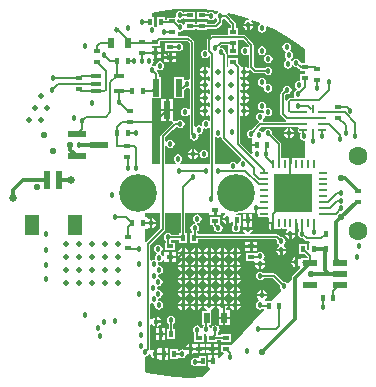
<source format=gbl>
%FSLAX24Y24*%
%MOIN*%
G70*
G01*
G75*
G04 Layer_Physical_Order=6*
G04 Layer_Color=16711680*
%ADD10C,0.0100*%
G04:AMPARAMS|DCode=11|XSize=63mil|YSize=98.4mil|CornerRadius=15.7mil|HoleSize=0mil|Usage=FLASHONLY|Rotation=0.000|XOffset=0mil|YOffset=0mil|HoleType=Round|Shape=RoundedRectangle|*
%AMROUNDEDRECTD11*
21,1,0.0630,0.0669,0,0,0.0*
21,1,0.0315,0.0984,0,0,0.0*
1,1,0.0315,0.0157,-0.0335*
1,1,0.0315,-0.0157,-0.0335*
1,1,0.0315,-0.0157,0.0335*
1,1,0.0315,0.0157,0.0335*
%
%ADD11ROUNDEDRECTD11*%
G04:AMPARAMS|DCode=12|XSize=33.5mil|YSize=17.7mil|CornerRadius=4.4mil|HoleSize=0mil|Usage=FLASHONLY|Rotation=0.000|XOffset=0mil|YOffset=0mil|HoleType=Round|Shape=RoundedRectangle|*
%AMROUNDEDRECTD12*
21,1,0.0335,0.0089,0,0,0.0*
21,1,0.0246,0.0177,0,0,0.0*
1,1,0.0089,0.0123,-0.0044*
1,1,0.0089,-0.0123,-0.0044*
1,1,0.0089,-0.0123,0.0044*
1,1,0.0089,0.0123,0.0044*
%
%ADD12ROUNDEDRECTD12*%
%ADD13O,0.0335X0.0110*%
%ADD14O,0.0110X0.0335*%
%ADD15R,0.2028X0.2028*%
%ADD16R,0.1850X0.1850*%
%ADD17O,0.0110X0.0315*%
%ADD18O,0.0315X0.0110*%
%ADD19O,0.0276X0.0098*%
%ADD20O,0.0098X0.0276*%
%ADD21O,0.0532X0.0177*%
%ADD22R,0.0142X0.0142*%
%ADD23R,0.0110X0.0110*%
G04:AMPARAMS|DCode=24|XSize=59.1mil|YSize=102.4mil|CornerRadius=0mil|HoleSize=0mil|Usage=FLASHONLY|Rotation=230.000|XOffset=0mil|YOffset=0mil|HoleType=Round|Shape=Rectangle|*
%AMROTATEDRECTD24*
4,1,4,-0.0202,0.0555,0.0582,-0.0103,0.0202,-0.0555,-0.0582,0.0103,-0.0202,0.0555,0.0*
%
%ADD24ROTATEDRECTD24*%

%ADD25R,0.0551X0.0630*%
%ADD26R,0.0630X0.0748*%
%ADD27R,0.0532X0.0157*%
%ADD28R,0.0138X0.0098*%
%ADD29R,0.0098X0.0187*%
%ADD30R,0.0217X0.0394*%
%ADD31R,0.0118X0.0193*%
%ADD32R,0.0118X0.0209*%
%ADD33R,0.0787X0.0472*%
%ADD34R,0.0335X0.0157*%
%ADD35R,0.0157X0.0335*%
%ADD36R,0.0276X0.0354*%
%ADD37R,0.0197X0.0315*%
%ADD38O,0.0315X0.0157*%
%ADD39R,0.2362X0.1890*%
%ADD40R,0.0236X0.0157*%
%ADD41R,0.0197X0.0354*%
%ADD42R,0.0157X0.0236*%
%ADD43R,0.0354X0.0197*%
%ADD44C,0.0060*%
%ADD45C,0.0050*%
%ADD46C,0.0120*%
%ADD47C,0.0181*%
%ADD48C,0.0080*%
%ADD49C,0.0150*%
%ADD50C,0.1260*%
%ADD51C,0.0630*%
%ADD52C,0.0180*%
%ADD53C,0.0197*%
%ADD54C,0.0276*%
%ADD55C,0.0260*%
%ADD56C,0.0220*%
%ADD57C,0.0200*%
%ADD58R,0.0236X0.0610*%
%ADD59R,0.0472X0.0709*%
%ADD60R,0.0591X0.0236*%
%ADD61R,0.0236X0.0591*%
%ADD62R,0.0512X0.0217*%
%ADD63R,0.1299X0.1299*%
%ADD64O,0.0315X0.0098*%
%ADD65O,0.0098X0.0315*%
G36*
X-982Y-1166D02*
X-1454Y-1638D01*
X-1479Y-1628D01*
X-1500Y-1614D01*
Y-1198D01*
X-1414D01*
Y-1181D01*
X-1370Y-1158D01*
X-1366Y-1160D01*
X-1340Y-1165D01*
Y-1000D01*
Y-835D01*
X-1366Y-840D01*
X-1370Y-842D01*
X-1414Y-819D01*
Y-802D01*
X-1500D01*
Y-650D01*
X-982D01*
Y-1166D01*
D02*
G37*
G36*
X1436Y5980D02*
X1900Y5849D01*
X1987Y5817D01*
X1973Y5769D01*
X1950Y5773D01*
X1884Y5760D01*
X1827Y5723D01*
X1790Y5666D01*
X1785Y5640D01*
X2115D01*
X2110Y5666D01*
X2073Y5723D01*
X2040Y5744D01*
X2063Y5789D01*
X2352Y5682D01*
X2348Y5632D01*
X2345Y5632D01*
X2299Y5601D01*
X2268Y5555D01*
X2257Y5500D01*
X2268Y5445D01*
X2299Y5399D01*
X2345Y5368D01*
X2400Y5357D01*
X2455Y5368D01*
X2501Y5399D01*
X2532Y5445D01*
X2543Y5500D01*
X2533Y5550D01*
X2572Y5581D01*
X2792Y5479D01*
X3213Y5244D01*
X3615Y4975D01*
X3838Y4799D01*
Y4333D01*
X3707D01*
X3693Y4350D01*
X3682Y4405D01*
X3651Y4451D01*
X3605Y4482D01*
X3550Y4493D01*
X3495Y4482D01*
X3449Y4451D01*
X3418Y4405D01*
Y4405D01*
X3418D01*
D01*
Y4405D01*
X3375Y4398D01*
X3373Y4401D01*
X3367Y4404D01*
X3355Y4468D01*
X3401Y4499D01*
X3432Y4545D01*
X3443Y4600D01*
X3432Y4655D01*
X3401Y4701D01*
X3355Y4732D01*
X3354Y4732D01*
X3337Y4757D01*
X3327Y4780D01*
X3356Y4822D01*
X3366Y4876D01*
X3356Y4931D01*
X3325Y4977D01*
X3278Y5008D01*
X3224Y5019D01*
X3169Y5008D01*
X3123Y4977D01*
X3092Y4931D01*
X3081Y4876D01*
X3092Y4822D01*
X3123Y4775D01*
X3169Y4744D01*
X3170Y4744D01*
X3187Y4719D01*
X3196Y4697D01*
X3168Y4655D01*
X3157Y4600D01*
X3168Y4545D01*
X3199Y4499D01*
X3204Y4496D01*
X3217Y4432D01*
X3171Y4401D01*
X3140Y4355D01*
X3129Y4300D01*
X3140Y4245D01*
X3171Y4199D01*
X3217Y4168D01*
X3272Y4157D01*
X3326Y4168D01*
X3373Y4199D01*
X3404Y4245D01*
X3404Y4245D01*
Y4245D01*
D01*
X3418Y4295D01*
D01*
D01*
X3449Y4249D01*
X3495Y4218D01*
X3550Y4207D01*
X3579Y4213D01*
X3642Y4150D01*
X3642Y4150D01*
X3666Y4134D01*
X3682Y4131D01*
Y4076D01*
X3838D01*
Y3979D01*
X3682D01*
Y3769D01*
X3650Y3743D01*
X3595Y3732D01*
X3549Y3701D01*
X3518Y3655D01*
X3507Y3600D01*
X3518Y3545D01*
X3549Y3499D01*
X3571Y3484D01*
X3562Y3435D01*
X3545Y3432D01*
X3499Y3401D01*
X3468Y3355D01*
X3457Y3300D01*
X3468Y3245D01*
X3481Y3226D01*
X3458Y3182D01*
X3350D01*
X3350Y3182D01*
X3319Y3175D01*
X3292Y3158D01*
X3292Y3158D01*
X3242Y3108D01*
X3229Y3088D01*
X3182Y3103D01*
Y3266D01*
X3227Y3312D01*
X3250Y3307D01*
X3305Y3318D01*
X3351Y3349D01*
X3382Y3395D01*
X3393Y3450D01*
X3382Y3505D01*
X3351Y3551D01*
X3305Y3582D01*
X3250Y3593D01*
X3195Y3582D01*
X3149Y3551D01*
X3118Y3505D01*
X3107Y3450D01*
X3112Y3427D01*
X3042Y3358D01*
X3025Y3331D01*
X3018Y3300D01*
X3018Y3300D01*
Y2650D01*
X3018Y2650D01*
X3025Y2619D01*
X3042Y2592D01*
X3194Y2441D01*
X3194Y2441D01*
X3209Y2431D01*
X3194Y2383D01*
X2438D01*
X2424Y2431D01*
X2451Y2449D01*
X2482Y2495D01*
X2493Y2550D01*
X2489Y2569D01*
X2531Y2596D01*
X2556Y2579D01*
X2611Y2568D01*
X2666Y2579D01*
X2712Y2610D01*
X2743Y2656D01*
X2754Y2711D01*
X2743Y2766D01*
X2712Y2812D01*
X2666Y2843D01*
X2611Y2854D01*
X2581Y2848D01*
X2546Y2883D01*
X2551Y2908D01*
X2540Y2962D01*
X2509Y3009D01*
X2463Y3040D01*
X2408Y3051D01*
X2353Y3040D01*
X2307Y3009D01*
X2276Y2962D01*
X2265Y2908D01*
X2276Y2853D01*
X2307Y2807D01*
X2353Y2776D01*
X2408Y2765D01*
X2438Y2771D01*
X2471Y2738D01*
X2466Y2688D01*
X2430Y2665D01*
X2405Y2682D01*
X2350Y2693D01*
X2295Y2682D01*
X2249Y2651D01*
X2218Y2605D01*
X2207Y2550D01*
X2218Y2495D01*
X2249Y2449D01*
X2295Y2418D01*
X2298Y2418D01*
X2308Y2369D01*
X2294Y2359D01*
X2294Y2359D01*
X2059Y2124D01*
X2036Y2129D01*
X1981Y2118D01*
X1935Y2087D01*
X1904Y2040D01*
X1893Y1986D01*
X1904Y1931D01*
X1935Y1885D01*
X1981Y1854D01*
X2036Y1843D01*
D01*
X2058Y1828D01*
X2064Y1798D01*
X2064Y1798D01*
X2064Y1798D01*
Y1640D01*
X2223D01*
Y1560D01*
X2064D01*
Y1402D01*
X2067D01*
X2088Y1376D01*
X2074Y1328D01*
X2045Y1320D01*
X1682Y1684D01*
Y2562D01*
X1726Y2585D01*
X1730Y2582D01*
X1760Y2576D01*
Y2750D01*
Y2924D01*
X1730Y2918D01*
X1726Y2916D01*
X1682Y2939D01*
Y2995D01*
X1726Y3018D01*
X1730Y3015D01*
X1760Y3009D01*
Y3183D01*
Y3357D01*
X1730Y3352D01*
X1726Y3349D01*
X1682Y3372D01*
Y3428D01*
X1726Y3451D01*
X1730Y3448D01*
X1760Y3443D01*
Y3617D01*
Y3790D01*
X1730Y3785D01*
X1726Y3782D01*
X1682Y3805D01*
Y3861D01*
X1726Y3884D01*
X1730Y3882D01*
X1760Y3876D01*
Y4050D01*
Y4224D01*
X1730Y4218D01*
X1726Y4215D01*
X1679Y4234D01*
X1675Y4254D01*
X1658Y4281D01*
X1618Y4320D01*
Y4502D01*
X1282D01*
Y4249D01*
X1239Y4223D01*
X1232Y4227D01*
Y4600D01*
D01*
Y4600D01*
X1232D01*
D01*
Y4600D01*
X1232D01*
Y4600D01*
X1232Y4600D01*
X1232Y4600D01*
D01*
D01*
D01*
D01*
X1225Y4631D01*
X1219Y4640D01*
X1219Y4640D01*
X1218Y4642D01*
Y4642D01*
D01*
D01*
Y4642D01*
D01*
X1208Y4658D01*
X1208Y4658D01*
X1188Y4677D01*
X1193Y4700D01*
X1182Y4755D01*
X1151Y4801D01*
X1105Y4832D01*
X1050Y4843D01*
X1040Y4841D01*
X1016Y4845D01*
X1001Y4893D01*
X1055Y4946D01*
X1282D01*
Y4894D01*
X1282Y4894D01*
X1282Y4856D01*
X1282D01*
Y4598D01*
X1618D01*
Y4856D01*
D01*
Y4856D01*
X1618Y4856D01*
Y4894D01*
X1618D01*
Y5124D01*
X1768D01*
X1963Y4929D01*
X1956Y4879D01*
X1929Y4865D01*
X1905Y4882D01*
X1850Y4893D01*
X1795Y4882D01*
X1749Y4851D01*
X1718Y4805D01*
X1707Y4750D01*
X1718Y4695D01*
X1749Y4649D01*
X1795Y4618D01*
X1850Y4607D01*
X1905Y4618D01*
X1929Y4635D01*
X1974Y4611D01*
Y4210D01*
X1936Y4177D01*
X1928Y4178D01*
X1869Y4218D01*
X1840Y4224D01*
Y4090D01*
X1974D01*
X1971Y4103D01*
X2015Y4127D01*
X2107Y4035D01*
X2132Y4018D01*
X2161Y4013D01*
X2494D01*
X2510Y3988D01*
X2556Y3957D01*
X2611Y3946D01*
X2666Y3957D01*
X2712Y3988D01*
X2743Y4034D01*
X2754Y4089D01*
X2743Y4144D01*
X2712Y4190D01*
X2666Y4221D01*
X2611Y4232D01*
X2556Y4221D01*
X2510Y4190D01*
X2494Y4165D01*
X2193D01*
X2126Y4232D01*
Y4950D01*
X2121Y4979D01*
X2104Y5004D01*
X2104Y5004D01*
X1854Y5254D01*
X1829Y5271D01*
X1800Y5276D01*
X1618D01*
Y5506D01*
X1532D01*
Y5650D01*
X1525Y5681D01*
X1518Y5692D01*
X1508Y5708D01*
X1508Y5708D01*
X1258Y5958D01*
X1242Y5968D01*
X1261Y6015D01*
X1436Y5980D01*
D02*
G37*
G36*
X2248Y-681D02*
X2256Y-689D01*
X2264Y-728D01*
X2286Y-760D01*
X2319Y-782D01*
X2357Y-790D01*
X2574D01*
X2613Y-782D01*
X2640Y-824D01*
X2639Y-826D01*
X2629Y-876D01*
Y-944D01*
X2761D01*
Y-984D01*
X2801D01*
Y-1216D01*
X2811Y-1214D01*
X2854Y-1186D01*
X2854Y-1185D01*
X2903Y-1176D01*
X2919Y-1186D01*
X2958Y-1194D01*
X2997Y-1186D01*
X3029Y-1164D01*
X3031Y-1161D01*
X3081D01*
X3083Y-1164D01*
X3116Y-1186D01*
X3155Y-1194D01*
X3193Y-1186D01*
X3217Y-1170D01*
X3252Y-1206D01*
X3246Y-1215D01*
X3227Y-1227D01*
X3190Y-1284D01*
X3185Y-1310D01*
X3515D01*
X3510Y-1284D01*
X3495Y-1261D01*
X3508Y-1240D01*
Y-984D01*
X3588D01*
Y-1216D01*
X3599Y-1214D01*
X3620Y-1200D01*
X3632Y-1207D01*
X3645Y-1256D01*
X3618Y-1295D01*
X3607Y-1350D01*
X3618Y-1405D01*
X3649Y-1451D01*
X3695Y-1482D01*
X3750Y-1493D01*
X3773Y-1488D01*
X3842Y-1558D01*
X3869Y-1575D01*
X3900Y-1582D01*
X3900Y-1582D01*
X3974D01*
X3994Y-1628D01*
X3970Y-1652D01*
X3968D01*
Y-1865D01*
X3943Y-1875D01*
X3902Y-1848D01*
Y-1682D01*
X3644D01*
Y-2018D01*
X3826D01*
X3926Y-2119D01*
Y-2168D01*
X3702D01*
Y-2169D01*
X3673Y-2177D01*
X3616Y-2140D01*
X3590Y-2135D01*
Y-2300D01*
Y-2465D01*
X3616Y-2460D01*
X3658Y-2432D01*
X3676Y-2442D01*
X3684Y-2492D01*
X3421Y-2755D01*
X3396Y-2791D01*
X3388Y-2834D01*
X3388Y-2834D01*
Y-2877D01*
X3275Y-3001D01*
X3251Y-2999D01*
X3205Y-2968D01*
X3150Y-2957D01*
X3127Y-2962D01*
X2859Y-2694D01*
X2833Y-2676D01*
X2802Y-2670D01*
X2802Y-2670D01*
X2462D01*
X2449Y-2651D01*
X2403Y-2620D01*
X2348Y-2609D01*
X2294Y-2620D01*
X2247Y-2651D01*
X2217Y-2697D01*
X2206Y-2752D01*
X2217Y-2806D01*
X2247Y-2853D01*
X2294Y-2883D01*
X2348Y-2894D01*
X2403Y-2883D01*
X2449Y-2853D01*
X2462Y-2833D01*
X2768D01*
X3012Y-3077D01*
X3007Y-3100D01*
X3018Y-3155D01*
X3049Y-3201D01*
X3054Y-3242D01*
X2743Y-3582D01*
X2520D01*
X2505Y-3534D01*
X2523Y-3523D01*
X2560Y-3466D01*
X2565Y-3440D01*
X2235D01*
X2240Y-3466D01*
X2277Y-3523D01*
X2318Y-3550D01*
X2308Y-3599D01*
X2281Y-3604D01*
X2235Y-3635D01*
X2204Y-3681D01*
X2193Y-3736D01*
X2204Y-3790D01*
X2235Y-3837D01*
X2281Y-3868D01*
X2336Y-3879D01*
X2390Y-3868D01*
X2418Y-3849D01*
X2466Y-3863D01*
X2472Y-3877D01*
X1392Y-5058D01*
X1368Y-5048D01*
Y-5048D01*
X1368Y-5048D01*
X1032D01*
Y-5306D01*
X1102D01*
X1122Y-5352D01*
X983Y-5505D01*
X936Y-5486D01*
Y-5402D01*
X817D01*
Y-5600D01*
X777D01*
Y-5640D01*
X618D01*
Y-5798D01*
X652D01*
X672Y-5844D01*
X406Y-6134D01*
X0Y-6150D01*
X-483Y-6131D01*
X-962Y-6074D01*
X-1436Y-5980D01*
X-1500Y-5962D01*
Y-5443D01*
X-1445Y-5432D01*
X-1399Y-5401D01*
X-1369Y-5356D01*
X-1320Y-5366D01*
X-1310Y-5416D01*
X-1273Y-5473D01*
X-1216Y-5510D01*
X-1190Y-5515D01*
Y-5350D01*
Y-5185D01*
X-1216Y-5190D01*
X-1273Y-5227D01*
X-1274Y-5230D01*
X-1321Y-5211D01*
X-1318Y-5200D01*
Y-4377D01*
X-1271Y-4362D01*
X-1245Y-4400D01*
X-1189Y-4437D01*
X-1163Y-4443D01*
Y-4277D01*
Y-4112D01*
X-1189Y-4117D01*
X-1245Y-4155D01*
X-1271Y-4192D01*
X-1318Y-4178D01*
Y-3689D01*
X-1274Y-3665D01*
X-1266Y-3671D01*
X-1211Y-3682D01*
X-1210Y-3682D01*
X-1175Y-3717D01*
X-1179Y-3736D01*
X-1168Y-3790D01*
X-1137Y-3837D01*
X-1090Y-3868D01*
X-1036Y-3879D01*
X-981Y-3868D01*
X-935Y-3837D01*
X-904Y-3790D01*
X-893Y-3736D01*
X-904Y-3681D01*
X-935Y-3635D01*
X-981Y-3604D01*
X-1036Y-3593D01*
X-1037Y-3593D01*
X-1072Y-3558D01*
X-1068Y-3539D01*
X-1070Y-3533D01*
X-1042Y-3491D01*
X-995Y-3482D01*
X-949Y-3451D01*
X-918Y-3405D01*
X-907Y-3350D01*
X-918Y-3295D01*
X-949Y-3249D01*
X-995Y-3218D01*
X-1050Y-3207D01*
X-1055Y-3208D01*
X-1090Y-3173D01*
X-1085Y-3145D01*
X-1089Y-3126D01*
X-1053Y-3090D01*
X-1048Y-3091D01*
X-994Y-3080D01*
X-947Y-3049D01*
X-917Y-3003D01*
X-906Y-2948D01*
X-917Y-2894D01*
X-947Y-2847D01*
X-994Y-2817D01*
X-1048Y-2806D01*
X-1057Y-2760D01*
X-1056Y-2752D01*
X-1059Y-2737D01*
X-1031Y-2696D01*
X-984Y-2687D01*
X-938Y-2656D01*
X-907Y-2609D01*
X-896Y-2555D01*
X-907Y-2500D01*
X-938Y-2454D01*
X-984Y-2423D01*
X-1039Y-2412D01*
X-1050Y-2359D01*
X-1049Y-2358D01*
X-1060Y-2303D01*
X-1022Y-2293D01*
X-1022Y-2293D01*
Y-2293D01*
X-967Y-2282D01*
X-921Y-2251D01*
X-896Y-2213D01*
X-848Y-2228D01*
Y-2286D01*
X-690D01*
Y-2127D01*
Y-1968D01*
X-848D01*
Y-2072D01*
X-896Y-2087D01*
X-921Y-2049D01*
X-967Y-2018D01*
X-955Y-1955D01*
X-949Y-1951D01*
X-918Y-1905D01*
X-907Y-1850D01*
X-918Y-1795D01*
X-949Y-1749D01*
X-995Y-1718D01*
X-1050Y-1707D01*
X-1105Y-1718D01*
X-1151Y-1749D01*
X-1182Y-1795D01*
X-1193Y-1850D01*
X-1182Y-1905D01*
X-1151Y-1951D01*
X-1105Y-1982D01*
X-1117Y-2045D01*
X-1123Y-2049D01*
X-1154Y-2095D01*
X-1165Y-2150D01*
X-1154Y-2205D01*
Y-2205D01*
X-1192Y-2215D01*
X-1192Y-2215D01*
Y-2215D01*
X-1247Y-2226D01*
X-1274Y-2244D01*
X-1318Y-2221D01*
Y-1734D01*
X-842Y-1258D01*
X-842Y-1258D01*
X-825Y-1231D01*
X-825Y-1231D01*
X-825Y-1231D01*
X-818Y-1200D01*
X-818Y-1200D01*
Y-650D01*
X-309D01*
Y-1332D01*
X-356D01*
Y-1381D01*
X-610D01*
X-623Y-1362D01*
X-669Y-1331D01*
X-724Y-1320D01*
X-778Y-1331D01*
X-824Y-1362D01*
X-855Y-1408D01*
X-866Y-1463D01*
X-855Y-1517D01*
X-824Y-1563D01*
X-805Y-1576D01*
Y-1644D01*
X-818D01*
Y-1902D01*
X-482D01*
Y-1644D01*
X-642D01*
Y-1576D01*
X-623Y-1563D01*
X-610Y-1544D01*
X-356D01*
Y-1668D01*
X-98D01*
Y-1332D01*
X-146D01*
Y-650D01*
X652D01*
Y-732D01*
X810D01*
Y-573D01*
X890D01*
Y-732D01*
X1048D01*
Y-650D01*
X1157D01*
X1172Y-698D01*
X1127Y-727D01*
X1090Y-784D01*
X1085Y-810D01*
X1250D01*
Y-850D01*
X1290D01*
Y-1015D01*
X1316Y-1010D01*
X1373Y-973D01*
X1396Y-937D01*
X1444Y-952D01*
Y-1057D01*
X1435Y-1063D01*
X1404Y-1110D01*
X1393Y-1164D01*
X1404Y-1219D01*
X1435Y-1265D01*
X1481Y-1296D01*
X1536Y-1307D01*
X1590Y-1296D01*
X1637Y-1265D01*
X1668Y-1219D01*
X1679Y-1164D01*
X1668Y-1110D01*
X1690Y-1068D01*
X1702D01*
Y-732D01*
X1549D01*
X1547Y-682D01*
X1667Y-670D01*
X1733Y-650D01*
X2138D01*
X2142Y-652D01*
X2168Y-658D01*
Y-492D01*
X2248D01*
Y-681D01*
D02*
G37*
G36*
X3623Y2179D02*
X3625Y2176D01*
X3603Y2143D01*
X3595Y2105D01*
X3603Y2066D01*
X3625Y2033D01*
X3658Y2011D01*
X3658Y2011D01*
D01*
D01*
D01*
X3658D01*
X3696Y1997D01*
X3668Y1955D01*
X3657Y1900D01*
X3668Y1845D01*
X3699Y1799D01*
X3745Y1768D01*
X3800Y1757D01*
X3838Y1726D01*
Y1203D01*
X3794Y1179D01*
X3784Y1186D01*
X3745Y1194D01*
X3707Y1186D01*
X3674Y1164D01*
X3672Y1161D01*
X3622D01*
X3620Y1164D01*
X3587Y1186D01*
X3548Y1194D01*
X3510Y1186D01*
X3494Y1176D01*
X3445Y1185D01*
X3445Y1186D01*
X3402Y1214D01*
X3392Y1216D01*
Y984D01*
X3312D01*
Y1216D01*
X3301Y1214D01*
X3258Y1186D01*
X3258Y1185D01*
X3209Y1176D01*
X3193Y1186D01*
X3155Y1194D01*
X3116Y1186D01*
X3084Y1164D01*
X3080Y1166D01*
X3039Y1193D01*
Y1642D01*
X3033Y1673D01*
X3026Y1684D01*
X3016Y1700D01*
X3016Y1700D01*
X2738Y1977D01*
X2743Y2000D01*
X2732Y2055D01*
X2701Y2101D01*
X2655Y2132D01*
X2600Y2143D01*
X2545Y2132D01*
X2499Y2101D01*
X2468Y2055D01*
X2465Y2038D01*
X2416Y2029D01*
X2401Y2051D01*
X2355Y2082D01*
X2317Y2089D01*
X2303Y2137D01*
X2385Y2220D01*
X3280D01*
X3281Y2206D01*
X3319D01*
X3320Y2220D01*
X3596D01*
X3623Y2179D01*
D02*
G37*
G36*
X895Y1868D02*
X950Y1857D01*
X1005Y1868D01*
X1024Y1881D01*
X1068Y1858D01*
Y1850D01*
X1068Y1850D01*
X1075Y1819D01*
X1092Y1792D01*
X1720Y1165D01*
X1705Y1117D01*
X1701Y1116D01*
X1655Y1085D01*
X1624Y1039D01*
X1613Y984D01*
X1607Y977D01*
X1558Y980D01*
X1528Y1024D01*
X1482Y1055D01*
X1427Y1066D01*
X1373Y1055D01*
X1326Y1024D01*
X1295Y977D01*
X1295Y977D01*
X826D01*
Y1861D01*
X871Y1885D01*
X895Y1868D01*
D02*
G37*
G36*
X483Y6131D02*
X930Y6078D01*
X941Y6029D01*
X899Y6001D01*
X876Y5967D01*
X826D01*
X801Y6005D01*
X755Y6036D01*
X700Y6047D01*
X645Y6036D01*
X612Y6014D01*
X568Y6038D01*
Y6056D01*
X232D01*
Y5798D01*
X568D01*
Y5798D01*
X597Y5806D01*
X599Y5803D01*
X645Y5772D01*
X700Y5762D01*
X755Y5772D01*
X801Y5803D01*
X824Y5837D01*
X874D01*
X899Y5799D01*
X918Y5786D01*
Y5734D01*
X839Y5654D01*
X568D01*
Y5702D01*
X232D01*
Y5654D01*
X168D01*
Y5702D01*
X-168D01*
Y5627D01*
X-216Y5613D01*
X-226Y5628D01*
X-273Y5659D01*
X-327Y5670D01*
X-369Y5662D01*
X-432Y5724D01*
Y5779D01*
X-388Y5802D01*
X-377Y5795D01*
X-323Y5784D01*
X-268Y5795D01*
X-222Y5826D01*
X-216Y5835D01*
X-168Y5821D01*
Y5798D01*
X168D01*
Y6056D01*
X-168D01*
Y6034D01*
X-216Y6019D01*
X-222Y6028D01*
X-268Y6059D01*
X-323Y6070D01*
X-377Y6059D01*
X-424Y6028D01*
X-455Y5982D01*
X-466Y5927D01*
X-459Y5895D01*
X-491Y5856D01*
X-768D01*
Y5782D01*
X-844D01*
Y5868D01*
X-1102D01*
Y5557D01*
X-1149Y5543D01*
X-1153Y5549D01*
X-1198Y5579D01*
Y5868D01*
X-1262D01*
Y6014D01*
X-962Y6074D01*
X-483Y6131D01*
X0Y6150D01*
X483Y6131D01*
D02*
G37*
G36*
X1368Y5616D02*
Y5506D01*
X1282D01*
Y5276D01*
X750D01*
X721Y5271D01*
X696Y5254D01*
X696Y5254D01*
X596Y5154D01*
X579Y5129D01*
X574Y5100D01*
X574Y5100D01*
X574D01*
X574Y5100D01*
X574D01*
Y4818D01*
X535Y4786D01*
X500Y4793D01*
X445Y4782D01*
X399Y4751D01*
X368Y4705D01*
X357Y4650D01*
X368Y4595D01*
X399Y4549D01*
X445Y4518D01*
X500Y4507D01*
X555Y4518D01*
X601Y4549D01*
X626Y4586D01*
X674Y4572D01*
Y4208D01*
X629Y4178D01*
X570Y4218D01*
X540Y4224D01*
Y4050D01*
Y3876D01*
X570Y3882D01*
X629Y3921D01*
X674Y3891D01*
Y3775D01*
X629Y3745D01*
X570Y3785D01*
X540Y3790D01*
Y3617D01*
Y3443D01*
X570Y3448D01*
X629Y3488D01*
X674Y3458D01*
Y3342D01*
X629Y3312D01*
X570Y3352D01*
X540Y3357D01*
Y3183D01*
Y3009D01*
X570Y3015D01*
X629Y3055D01*
X674Y3025D01*
Y2909D01*
X629Y2879D01*
X570Y2918D01*
X540Y2924D01*
Y2750D01*
Y2576D01*
X570Y2582D01*
X629Y2622D01*
X674Y2592D01*
Y2431D01*
X629Y2408D01*
X593Y2432D01*
X539Y2443D01*
X484Y2432D01*
X438Y2401D01*
X407Y2355D01*
X396Y2300D01*
X400Y2277D01*
X359Y2250D01*
X355Y2252D01*
X300Y2263D01*
X245Y2252D01*
X199Y2221D01*
X152Y2253D01*
Y5030D01*
X152Y5030D01*
X145Y5061D01*
X128Y5088D01*
X128Y5088D01*
X8Y5208D01*
X-19Y5225D01*
X-50Y5232D01*
X-50Y5232D01*
X-402D01*
Y5360D01*
X-363Y5392D01*
X-327Y5384D01*
X-273Y5395D01*
X-226Y5426D01*
X-214Y5444D01*
X-168Y5444D01*
Y5444D01*
X168D01*
Y5491D01*
X232D01*
Y5444D01*
X568D01*
Y5491D01*
X873D01*
X873Y5491D01*
X904Y5497D01*
X931Y5515D01*
X1058Y5642D01*
X1058Y5642D01*
X1075Y5669D01*
X1082Y5700D01*
Y5786D01*
X1101Y5799D01*
X1114Y5818D01*
X1166D01*
X1368Y5616D01*
D02*
G37*
G36*
X-12Y4996D02*
Y3815D01*
X-50Y3783D01*
X-100Y3793D01*
X-155Y3782D01*
X-164Y3776D01*
X-208Y3799D01*
Y3869D01*
X-544D01*
Y3179D01*
X-208D01*
Y3446D01*
X-195Y3449D01*
X-168Y3466D01*
X-123Y3512D01*
X-100Y3507D01*
X-50Y3517D01*
X-12Y3485D01*
Y2825D01*
X-59Y2811D01*
X-60Y2812D01*
X-106Y2843D01*
X-161Y2854D01*
X-216Y2843D01*
X-262Y2812D01*
X-293Y2766D01*
X-304Y2711D01*
X-293Y2656D01*
X-262Y2610D01*
X-216Y2579D01*
X-161Y2568D01*
X-106Y2579D01*
X-60Y2610D01*
X-59Y2611D01*
X-12Y2597D01*
Y1980D01*
X-12Y1980D01*
X-5Y1949D01*
X12Y1923D01*
X7Y1900D01*
X18Y1845D01*
X49Y1799D01*
X95Y1768D01*
X150Y1757D01*
X205Y1768D01*
X251Y1799D01*
X282Y1845D01*
X293Y1900D01*
X285Y1939D01*
X313Y1980D01*
X355Y1989D01*
X401Y2020D01*
X432Y2066D01*
X443Y2120D01*
X438Y2143D01*
X480Y2171D01*
X484Y2168D01*
X539Y2157D01*
X593Y2168D01*
X629Y2192D01*
X674Y2169D01*
Y977D01*
X-321D01*
X-336Y1024D01*
X-299Y1049D01*
X-268Y1095D01*
X-257Y1150D01*
X-268Y1205D01*
X-299Y1251D01*
X-345Y1282D01*
X-400Y1293D01*
X-455Y1282D01*
X-501Y1251D01*
X-532Y1205D01*
X-543Y1150D01*
X-532Y1095D01*
X-501Y1049D01*
X-464Y1024D01*
X-479Y977D01*
X-818D01*
Y1564D01*
X-771Y1578D01*
X-751Y1549D01*
X-705Y1518D01*
X-650Y1507D01*
X-595Y1518D01*
X-549Y1549D01*
X-518Y1595D01*
X-507Y1650D01*
X-518Y1705D01*
X-549Y1751D01*
X-595Y1782D01*
X-650Y1793D01*
X-705Y1782D01*
X-751Y1751D01*
X-771Y1722D01*
X-818Y1736D01*
Y1866D01*
X-569Y2116D01*
X-418Y2216D01*
X-372Y2185D01*
X-317Y2175D01*
X-263Y2185D01*
X-216Y2216D01*
X-185Y2263D01*
X-175Y2317D01*
X-185Y2372D01*
X-216Y2418D01*
X-263Y2449D01*
X-317Y2460D01*
X-372Y2449D01*
X-418Y2418D01*
X-431Y2399D01*
X-483D01*
X-483Y2399D01*
X-513Y2393D01*
X-515Y2394D01*
X-552Y2450D01*
Y2736D01*
X-710D01*
Y2401D01*
X-580D01*
X-561Y2355D01*
X-958Y1958D01*
X-975Y1931D01*
X-982Y1900D01*
X-982Y1900D01*
Y977D01*
X-1262D01*
Y3179D01*
X-956D01*
Y3869D01*
X-1042D01*
Y3974D01*
D01*
Y3974D01*
X-1042D01*
D01*
Y3974D01*
X-1042D01*
Y3974D01*
X-1042Y3974D01*
X-1042Y3974D01*
D01*
D01*
D01*
D01*
X-1049Y4005D01*
X-1055Y4014D01*
X-1055Y4014D01*
X-1056Y4016D01*
Y4016D01*
D01*
D01*
Y4016D01*
D01*
X-1066Y4032D01*
X-1066Y4032D01*
X-1112Y4077D01*
X-1107Y4100D01*
X-1107Y4100D01*
X-1107Y4100D01*
X-1107Y4102D01*
X-1061Y4123D01*
X-1055Y4118D01*
X-1000Y4107D01*
X-945Y4118D01*
X-899Y4149D01*
X-868Y4195D01*
X-857Y4250D01*
X-868Y4305D01*
X-899Y4351D01*
X-945Y4382D01*
X-1000Y4393D01*
X-1055Y4382D01*
X-1101Y4351D01*
X-1132Y4305D01*
X-1143Y4250D01*
X-1143Y4250D01*
X-1143Y4250D01*
X-1143Y4248D01*
X-1189Y4227D01*
X-1195Y4232D01*
X-1250Y4243D01*
X-1255Y4247D01*
X-1253Y4297D01*
X-1249Y4299D01*
X-1218Y4345D01*
X-1207Y4400D01*
X-1218Y4455D01*
X-1228Y4470D01*
X-1205Y4514D01*
X-1190D01*
Y4673D01*
Y4832D01*
X-1262D01*
Y4898D01*
X-982D01*
Y5068D01*
X-381D01*
X-376Y5019D01*
X-376Y5019D01*
X-376D01*
X-428Y5008D01*
X-432Y5006D01*
X-482Y5006D01*
Y5006D01*
X-818D01*
Y4748D01*
X-482D01*
Y4748D01*
X-434Y4748D01*
X-428Y4744D01*
X-374Y4734D01*
X-319Y4744D01*
X-273Y4775D01*
X-242Y4822D01*
X-231Y4876D01*
X-242Y4931D01*
X-273Y4977D01*
X-319Y5008D01*
X-371Y5019D01*
X-366Y5068D01*
X-84D01*
X-12Y4996D01*
D02*
G37*
%LPC*%
G36*
X1476Y-3109D02*
X1447Y-3115D01*
X1388Y-3154D01*
X1348Y-3213D01*
X1342Y-3243D01*
X1476D01*
Y-3109D01*
D02*
G37*
G36*
X690D02*
Y-3243D01*
X824D01*
X818Y-3213D01*
X779Y-3154D01*
X720Y-3115D01*
X690Y-3109D01*
D02*
G37*
G36*
X1043D02*
X1013Y-3115D01*
X954Y-3154D01*
X915Y-3213D01*
X909Y-3243D01*
X1043D01*
Y-3109D01*
D02*
G37*
G36*
X1123D02*
Y-3243D01*
X1257D01*
X1251Y-3213D01*
X1212Y-3154D01*
X1153Y-3115D01*
X1123Y-3109D01*
D02*
G37*
G36*
X1556D02*
Y-3243D01*
X1690D01*
X1684Y-3213D01*
X1645Y-3154D01*
X1586Y-3115D01*
X1556Y-3109D01*
D02*
G37*
G36*
X391Y-2890D02*
X257D01*
Y-3024D01*
X287Y-3018D01*
X346Y-2979D01*
X385Y-2920D01*
X391Y-2890D01*
D02*
G37*
G36*
X610D02*
X476D01*
X482Y-2920D01*
X521Y-2979D01*
X580Y-3018D01*
X610Y-3024D01*
Y-2890D01*
D02*
G37*
G36*
X177D02*
X43D01*
X49Y-2920D01*
X88Y-2979D01*
X147Y-3018D01*
X177Y-3024D01*
Y-2890D01*
D02*
G37*
G36*
X-256D02*
X-390D01*
X-384Y-2920D01*
X-345Y-2979D01*
X-286Y-3018D01*
X-256Y-3024D01*
Y-2890D01*
D02*
G37*
G36*
X-42D02*
X-176D01*
Y-3024D01*
X-147Y-3018D01*
X-88Y-2979D01*
X-48Y-2920D01*
X-42Y-2890D01*
D02*
G37*
G36*
X2360Y-3235D02*
X2334Y-3240D01*
X2277Y-3277D01*
X2240Y-3334D01*
X2235Y-3360D01*
X2360D01*
Y-3235D01*
D02*
G37*
G36*
X2440D02*
Y-3360D01*
X2565D01*
X2560Y-3334D01*
X2523Y-3277D01*
X2466Y-3240D01*
X2440Y-3235D01*
D02*
G37*
G36*
X1690Y-3323D02*
X1556D01*
Y-3457D01*
X1586Y-3451D01*
X1645Y-3412D01*
X1684Y-3353D01*
X1690Y-3323D01*
D02*
G37*
G36*
X1257D02*
X1123D01*
Y-3457D01*
X1153Y-3451D01*
X1212Y-3412D01*
X1251Y-3353D01*
X1257Y-3323D01*
D02*
G37*
G36*
X1476D02*
X1342D01*
X1348Y-3353D01*
X1388Y-3412D01*
X1447Y-3451D01*
X1476Y-3457D01*
Y-3323D01*
D02*
G37*
G36*
X-256Y-3109D02*
X-286Y-3115D01*
X-345Y-3154D01*
X-384Y-3213D01*
X-390Y-3243D01*
X-256D01*
Y-3109D01*
D02*
G37*
G36*
X257D02*
Y-3243D01*
X391D01*
X385Y-3213D01*
X346Y-3154D01*
X287Y-3115D01*
X257Y-3109D01*
D02*
G37*
G36*
X610D02*
X580Y-3115D01*
X521Y-3154D01*
X482Y-3213D01*
X476Y-3243D01*
X610D01*
Y-3109D01*
D02*
G37*
G36*
X177D02*
X147Y-3115D01*
X88Y-3154D01*
X49Y-3213D01*
X43Y-3243D01*
X177D01*
Y-3109D01*
D02*
G37*
G36*
X-176D02*
Y-3243D01*
X-42D01*
X-48Y-3213D01*
X-88Y-3154D01*
X-147Y-3115D01*
X-176Y-3109D01*
D02*
G37*
G36*
X1043Y-3323D02*
X909D01*
X915Y-3353D01*
X954Y-3412D01*
X1013Y-3451D01*
X1043Y-3457D01*
Y-3323D01*
D02*
G37*
G36*
X-42Y-2457D02*
X-176D01*
Y-2591D01*
X-147Y-2585D01*
X-88Y-2546D01*
X-48Y-2487D01*
X-42Y-2457D01*
D02*
G37*
G36*
X177D02*
X43D01*
X49Y-2487D01*
X88Y-2546D01*
X147Y-2585D01*
X177Y-2591D01*
Y-2457D01*
D02*
G37*
G36*
X391D02*
X257D01*
Y-2591D01*
X287Y-2585D01*
X346Y-2546D01*
X385Y-2487D01*
X391Y-2457D01*
D02*
G37*
G36*
X1476Y-2676D02*
X1447Y-2682D01*
X1388Y-2721D01*
X1348Y-2780D01*
X1342Y-2810D01*
X1476D01*
Y-2676D01*
D02*
G37*
G36*
X1556D02*
Y-2810D01*
X1690D01*
X1684Y-2780D01*
X1645Y-2721D01*
X1586Y-2682D01*
X1556Y-2676D01*
D02*
G37*
G36*
X-256Y-2457D02*
X-390D01*
X-384Y-2487D01*
X-345Y-2546D01*
X-286Y-2585D01*
X-256Y-2591D01*
Y-2457D01*
D02*
G37*
G36*
X1257D02*
X1123D01*
Y-2591D01*
X1153Y-2585D01*
X1212Y-2546D01*
X1251Y-2487D01*
X1257Y-2457D01*
D02*
G37*
G36*
X1476D02*
X1342D01*
X1348Y-2487D01*
X1388Y-2546D01*
X1447Y-2585D01*
X1476Y-2591D01*
Y-2457D01*
D02*
G37*
G36*
X1690D02*
X1556D01*
Y-2591D01*
X1586Y-2585D01*
X1645Y-2546D01*
X1684Y-2487D01*
X1690Y-2457D01*
D02*
G37*
G36*
X610D02*
X476D01*
X482Y-2487D01*
X521Y-2546D01*
X580Y-2585D01*
X610Y-2591D01*
Y-2457D01*
D02*
G37*
G36*
X824D02*
X690D01*
Y-2591D01*
X720Y-2585D01*
X779Y-2546D01*
X818Y-2487D01*
X824Y-2457D01*
D02*
G37*
G36*
X1043D02*
X909D01*
X915Y-2487D01*
X954Y-2546D01*
X1013Y-2585D01*
X1043Y-2591D01*
Y-2457D01*
D02*
G37*
G36*
X1123Y-2676D02*
Y-2810D01*
X1257D01*
X1251Y-2780D01*
X1212Y-2721D01*
X1153Y-2682D01*
X1123Y-2676D01*
D02*
G37*
G36*
X1476Y-2890D02*
X1342D01*
X1348Y-2920D01*
X1388Y-2979D01*
X1447Y-3018D01*
X1476Y-3024D01*
Y-2890D01*
D02*
G37*
G36*
X1690D02*
X1556D01*
Y-3024D01*
X1586Y-3018D01*
X1645Y-2979D01*
X1684Y-2920D01*
X1690Y-2890D01*
D02*
G37*
G36*
X-256Y-2676D02*
X-286Y-2682D01*
X-345Y-2721D01*
X-384Y-2780D01*
X-390Y-2810D01*
X-256D01*
Y-2676D01*
D02*
G37*
G36*
X824Y-2890D02*
X690D01*
Y-3024D01*
X720Y-3018D01*
X779Y-2979D01*
X818Y-2920D01*
X824Y-2890D01*
D02*
G37*
G36*
X1043D02*
X909D01*
X915Y-2920D01*
X954Y-2979D01*
X1013Y-3018D01*
X1043Y-3024D01*
Y-2890D01*
D02*
G37*
G36*
X1257D02*
X1123D01*
Y-3024D01*
X1153Y-3018D01*
X1212Y-2979D01*
X1251Y-2920D01*
X1257Y-2890D01*
D02*
G37*
G36*
X610Y-2676D02*
X580Y-2682D01*
X521Y-2721D01*
X482Y-2780D01*
X476Y-2810D01*
X610D01*
Y-2676D01*
D02*
G37*
G36*
X690D02*
Y-2810D01*
X824D01*
X818Y-2780D01*
X779Y-2721D01*
X720Y-2682D01*
X690Y-2676D01*
D02*
G37*
G36*
X1043D02*
X1013Y-2682D01*
X954Y-2721D01*
X915Y-2780D01*
X909Y-2810D01*
X1043D01*
Y-2676D01*
D02*
G37*
G36*
X-176D02*
Y-2810D01*
X-42D01*
X-48Y-2780D01*
X-88Y-2721D01*
X-147Y-2682D01*
X-176Y-2676D01*
D02*
G37*
G36*
X177D02*
X147Y-2682D01*
X88Y-2721D01*
X49Y-2780D01*
X43Y-2810D01*
X177D01*
Y-2676D01*
D02*
G37*
G36*
X257D02*
Y-2810D01*
X391D01*
X385Y-2780D01*
X346Y-2721D01*
X287Y-2682D01*
X257Y-2676D01*
D02*
G37*
G36*
X-818Y-4740D02*
X-937D01*
Y-4898D01*
X-818D01*
Y-4740D01*
D02*
G37*
G36*
X-628Y-4085D02*
X-683Y-4096D01*
X-729Y-4127D01*
X-760Y-4173D01*
X-771Y-4228D01*
X-760Y-4283D01*
X-729Y-4329D01*
X-710Y-4342D01*
Y-4532D01*
X-752D01*
Y-4868D01*
X-494D01*
Y-4532D01*
X-546D01*
Y-4342D01*
X-527Y-4329D01*
X-496Y-4283D01*
X-485Y-4228D01*
X-496Y-4173D01*
X-527Y-4127D01*
X-573Y-4096D01*
X-628Y-4085D01*
D02*
G37*
G36*
X-1017Y-4740D02*
X-1136D01*
Y-4898D01*
X-1017D01*
Y-4740D01*
D02*
G37*
G36*
X710Y-5018D02*
X552D01*
Y-5137D01*
X710D01*
Y-5018D01*
D02*
G37*
G36*
X948D02*
X790D01*
Y-5137D01*
X948D01*
Y-5018D01*
D02*
G37*
G36*
X-1017Y-4502D02*
X-1136D01*
Y-4660D01*
X-1017D01*
Y-4502D01*
D02*
G37*
G36*
X1324Y-4190D02*
X1185D01*
Y-4407D01*
X1324D01*
Y-4190D01*
D02*
G37*
G36*
X-1083Y-4112D02*
Y-4237D01*
X-957D01*
X-963Y-4211D01*
X-1000Y-4155D01*
X-1057Y-4117D01*
X-1083Y-4112D01*
D02*
G37*
G36*
X-957Y-4317D02*
X-1083D01*
Y-4443D01*
X-1057Y-4437D01*
X-1000Y-4400D01*
X-963Y-4344D01*
X-957Y-4317D01*
D02*
G37*
G36*
X-818Y-4502D02*
X-937D01*
Y-4660D01*
X-818D01*
Y-4502D01*
D02*
G37*
G36*
X824Y-3756D02*
X476D01*
X482Y-3786D01*
X521Y-3845D01*
X567Y-3875D01*
X552Y-3923D01*
X406D01*
Y-4377D01*
X470D01*
Y-4427D01*
X451Y-4440D01*
X423Y-4482D01*
X397D01*
X369Y-4476D01*
X351Y-4449D01*
X305Y-4418D01*
X250Y-4407D01*
X195Y-4418D01*
X149Y-4449D01*
X118Y-4495D01*
X107Y-4550D01*
X118Y-4605D01*
X149Y-4651D01*
X149Y-4651D01*
X149D01*
X153Y-4661D01*
X132Y-4694D01*
X132D01*
Y-4952D01*
X468D01*
Y-4706D01*
D01*
X496Y-4683D01*
X496D01*
X506Y-4675D01*
X553Y-4692D01*
X582Y-4836D01*
Y-4952D01*
X918D01*
Y-4904D01*
X1032D01*
Y-4952D01*
X1368D01*
Y-4694D01*
X1032D01*
Y-4741D01*
X947D01*
X932Y-4723D01*
Y-4655D01*
X951Y-4642D01*
X982Y-4595D01*
X993Y-4541D01*
X982Y-4486D01*
X959Y-4451D01*
X982Y-4407D01*
X1105D01*
Y-4190D01*
X967D01*
Y-4397D01*
Y-4397D01*
X923Y-4421D01*
X905Y-4409D01*
X850Y-4398D01*
X795Y-4409D01*
X749Y-4440D01*
X726Y-4475D01*
X676D01*
X653Y-4440D01*
X633Y-4427D01*
Y-4377D01*
X703D01*
Y-3927D01*
X703D01*
X703Y-3927D01*
X703Y-3923D01*
Y-3923D01*
Y-3887D01*
X720Y-3884D01*
X779Y-3845D01*
X818Y-3786D01*
X824Y-3756D01*
D02*
G37*
G36*
X498Y-5018D02*
X340D01*
Y-5137D01*
X498D01*
Y-5018D01*
D02*
G37*
G36*
X-394Y-5182D02*
X-652D01*
Y-5518D01*
X-394D01*
Y-5480D01*
X-359Y-5457D01*
X-350Y-5452D01*
X-305Y-5482D01*
X-250Y-5493D01*
X-195Y-5482D01*
X-149Y-5451D01*
X-118Y-5405D01*
X-107Y-5350D01*
X-43Y-5337D01*
X-17Y-5343D01*
Y-5217D01*
X-180D01*
X-189Y-5223D01*
X-195Y-5218D01*
X-250Y-5207D01*
X-305Y-5218D01*
X-350Y-5248D01*
X-359Y-5243D01*
X-394Y-5220D01*
Y-5182D01*
D02*
G37*
G36*
X63Y-5012D02*
Y-5177D01*
Y-5343D01*
X89Y-5337D01*
X96Y-5333D01*
X102Y-5336D01*
Y-5336D01*
X102Y-5336D01*
X260D01*
Y-5177D01*
Y-5018D01*
X102D01*
X102Y-5018D01*
Y-5018D01*
X96Y-5022D01*
X89Y-5017D01*
X63Y-5012D01*
D02*
G37*
G36*
X552Y-5432D02*
X294D01*
Y-5480D01*
X250Y-5503D01*
X232Y-5491D01*
X177Y-5480D01*
X123Y-5491D01*
X76Y-5522D01*
X45Y-5568D01*
X34Y-5623D01*
X45Y-5677D01*
X76Y-5724D01*
X123Y-5755D01*
X177Y-5766D01*
X232Y-5755D01*
X250Y-5743D01*
X294Y-5766D01*
Y-5768D01*
X552D01*
Y-5432D01*
D02*
G37*
G36*
X737Y-5402D02*
X618D01*
Y-5560D01*
X737D01*
Y-5402D01*
D02*
G37*
G36*
X-718Y-5390D02*
X-837D01*
Y-5548D01*
X-718D01*
Y-5390D01*
D02*
G37*
G36*
X498Y-5217D02*
X340D01*
Y-5336D01*
X498D01*
Y-5217D01*
D02*
G37*
G36*
X-917Y-5152D02*
X-1036D01*
Y-5169D01*
X-1080Y-5192D01*
X-1084Y-5190D01*
X-1110Y-5185D01*
Y-5350D01*
Y-5515D01*
X-1084Y-5510D01*
X-1080Y-5508D01*
X-1036Y-5531D01*
Y-5548D01*
X-917D01*
Y-5350D01*
Y-5152D01*
D02*
G37*
G36*
X-17Y-5012D02*
X-44Y-5017D01*
X-100Y-5055D01*
X-137Y-5111D01*
X-143Y-5137D01*
X-17D01*
Y-5012D01*
D02*
G37*
G36*
X-718Y-5152D02*
X-837D01*
Y-5310D01*
X-718D01*
Y-5152D01*
D02*
G37*
G36*
X710Y-5217D02*
X552D01*
Y-5336D01*
X710D01*
Y-5217D01*
D02*
G37*
G36*
X948D02*
X790D01*
Y-5336D01*
X948D01*
Y-5217D01*
D02*
G37*
G36*
X1476Y-3542D02*
X1447Y-3548D01*
X1388Y-3587D01*
X1348Y-3647D01*
X1342Y-3676D01*
X1476D01*
Y-3542D01*
D02*
G37*
G36*
X1556D02*
Y-3676D01*
X1690D01*
X1684Y-3647D01*
X1645Y-3587D01*
X1586Y-3548D01*
X1556Y-3542D01*
D02*
G37*
G36*
X1123D02*
Y-3676D01*
X1257D01*
X1251Y-3647D01*
X1212Y-3587D01*
X1153Y-3548D01*
X1123Y-3542D01*
D02*
G37*
G36*
X690D02*
Y-3676D01*
X824D01*
X818Y-3647D01*
X779Y-3587D01*
X720Y-3548D01*
X690Y-3542D01*
D02*
G37*
G36*
X1043D02*
X1013Y-3548D01*
X954Y-3587D01*
X915Y-3647D01*
X909Y-3676D01*
X1043D01*
Y-3542D01*
D02*
G37*
G36*
X-256Y-3323D02*
X-390D01*
X-384Y-3353D01*
X-345Y-3412D01*
X-286Y-3451D01*
X-256Y-3457D01*
Y-3323D01*
D02*
G37*
G36*
X610D02*
X476D01*
X482Y-3353D01*
X521Y-3412D01*
X580Y-3451D01*
X610Y-3457D01*
Y-3323D01*
D02*
G37*
G36*
X824D02*
X690D01*
Y-3457D01*
X720Y-3451D01*
X779Y-3412D01*
X818Y-3353D01*
X824Y-3323D01*
D02*
G37*
G36*
X391D02*
X257D01*
Y-3457D01*
X287Y-3451D01*
X346Y-3412D01*
X385Y-3353D01*
X391Y-3323D01*
D02*
G37*
G36*
X-42D02*
X-176D01*
Y-3457D01*
X-147Y-3451D01*
X-88Y-3412D01*
X-48Y-3353D01*
X-42Y-3323D01*
D02*
G37*
G36*
X177D02*
X43D01*
X49Y-3353D01*
X88Y-3412D01*
X147Y-3451D01*
X177Y-3457D01*
Y-3323D01*
D02*
G37*
G36*
X610Y-3542D02*
X580Y-3548D01*
X521Y-3587D01*
X482Y-3647D01*
X476Y-3676D01*
X610D01*
Y-3542D01*
D02*
G37*
G36*
X177Y-3756D02*
X43D01*
X49Y-3786D01*
X88Y-3845D01*
X147Y-3884D01*
X177Y-3890D01*
Y-3756D01*
D02*
G37*
G36*
X391D02*
X257D01*
Y-3890D01*
X287Y-3884D01*
X346Y-3845D01*
X385Y-3786D01*
X391Y-3756D01*
D02*
G37*
G36*
X-42D02*
X-176D01*
Y-3890D01*
X-147Y-3884D01*
X-88Y-3845D01*
X-48Y-3786D01*
X-42Y-3756D01*
D02*
G37*
G36*
X1257D02*
X909D01*
X915Y-3786D01*
X954Y-3845D01*
X967Y-3853D01*
X967Y-3893D01*
X967D01*
Y-4110D01*
X1324D01*
Y-3893D01*
X1226D01*
X1211Y-3845D01*
X1212Y-3845D01*
X1251Y-3786D01*
X1257Y-3756D01*
D02*
G37*
G36*
X-256D02*
X-390D01*
X-384Y-3786D01*
X-345Y-3845D01*
X-286Y-3884D01*
X-256Y-3890D01*
Y-3756D01*
D02*
G37*
G36*
X1476D02*
X1342D01*
X1348Y-3786D01*
X1388Y-3845D01*
X1447Y-3884D01*
X1476Y-3890D01*
Y-3756D01*
D02*
G37*
G36*
X177Y-3542D02*
X147Y-3548D01*
X88Y-3587D01*
X49Y-3647D01*
X43Y-3676D01*
X177D01*
Y-3542D01*
D02*
G37*
G36*
X257D02*
Y-3676D01*
X391D01*
X385Y-3647D01*
X346Y-3587D01*
X287Y-3548D01*
X257Y-3542D01*
D02*
G37*
G36*
X-176D02*
Y-3676D01*
X-42D01*
X-48Y-3647D01*
X-88Y-3587D01*
X-147Y-3548D01*
X-176Y-3542D01*
D02*
G37*
G36*
X1690Y-3756D02*
X1556D01*
Y-3890D01*
X1586Y-3884D01*
X1645Y-3845D01*
X1684Y-3786D01*
X1690Y-3756D01*
D02*
G37*
G36*
X-256Y-3542D02*
X-286Y-3548D01*
X-345Y-3587D01*
X-384Y-3647D01*
X-390Y-3676D01*
X-256D01*
Y-3542D01*
D02*
G37*
G36*
X3260Y2165D02*
X3234Y2160D01*
X3177Y2123D01*
X3140Y2066D01*
X3135Y2040D01*
X3260D01*
Y2165D01*
D02*
G37*
G36*
X3340D02*
Y2040D01*
X3465D01*
X3460Y2066D01*
X3423Y2123D01*
X3366Y2160D01*
X3340Y2165D01*
D02*
G37*
G36*
X3465Y1960D02*
X3340D01*
Y1835D01*
X3366Y1840D01*
X3423Y1877D01*
X3460Y1934D01*
X3465Y1960D01*
D02*
G37*
G36*
X140Y1465D02*
Y1340D01*
X265D01*
X260Y1366D01*
X223Y1423D01*
X166Y1460D01*
X140Y1465D01*
D02*
G37*
G36*
X3260Y1960D02*
X3135D01*
X3140Y1934D01*
X3177Y1877D01*
X3234Y1840D01*
X3260Y1835D01*
Y1960D01*
D02*
G37*
G36*
X-790Y2736D02*
X-948D01*
Y2401D01*
X-790D01*
Y2736D01*
D02*
G37*
G36*
X1840Y2924D02*
Y2790D01*
X1974D01*
X1968Y2820D01*
X1928Y2879D01*
X1869Y2918D01*
X1840Y2924D01*
D02*
G37*
G36*
X-790Y3151D02*
X-948D01*
Y2816D01*
X-790D01*
Y3151D01*
D02*
G37*
G36*
X460Y2924D02*
X431Y2918D01*
X372Y2879D01*
X332Y2820D01*
X326Y2790D01*
X460D01*
Y2924D01*
D02*
G37*
G36*
Y2710D02*
X326D01*
X332Y2681D01*
X372Y2622D01*
X431Y2582D01*
X460Y2576D01*
Y2710D01*
D02*
G37*
G36*
X1974D02*
X1840D01*
Y2576D01*
X1869Y2582D01*
X1928Y2622D01*
X1968Y2681D01*
X1974Y2710D01*
D02*
G37*
G36*
X60Y1465D02*
X34Y1460D01*
X-23Y1423D01*
X-60Y1366D01*
X-65Y1340D01*
X60D01*
Y1465D01*
D02*
G37*
G36*
X2086Y-940D02*
X1768D01*
Y-1098D01*
X1768Y-1098D01*
X1768D01*
X1772Y-1104D01*
X1767Y-1111D01*
X1762Y-1137D01*
X2093D01*
X2087Y-1111D01*
X2083Y-1104D01*
X2086Y-1098D01*
X2086D01*
X2086Y-1098D01*
Y-940D01*
D02*
G37*
G36*
X1210Y-890D02*
X1085D01*
X1090Y-916D01*
X1127Y-973D01*
X1184Y-1010D01*
X1210Y-1015D01*
Y-890D01*
D02*
G37*
G36*
X-1135Y-1040D02*
X-1260D01*
Y-1165D01*
X-1234Y-1160D01*
X-1177Y-1123D01*
X-1140Y-1066D01*
X-1135Y-1040D01*
D02*
G37*
G36*
X1018Y-798D02*
X682D01*
Y-1056D01*
X751D01*
X768Y-1059D01*
X775Y-1091D01*
X792Y-1117D01*
X807Y-1132D01*
X803Y-1155D01*
X813Y-1209D01*
X844Y-1256D01*
X891Y-1287D01*
X945Y-1297D01*
X1000Y-1287D01*
X1046Y-1256D01*
X1077Y-1209D01*
X1088Y-1155D01*
X1077Y-1100D01*
X1046Y-1054D01*
X1018Y-1035D01*
Y-798D01*
D02*
G37*
G36*
X2721Y-1024D02*
X2629D01*
Y-1093D01*
X2639Y-1143D01*
X2668Y-1186D01*
X2711Y-1214D01*
X2721Y-1216D01*
Y-1024D01*
D02*
G37*
G36*
X-1260Y-835D02*
Y-960D01*
X-1135D01*
X-1140Y-934D01*
X-1177Y-877D01*
X-1234Y-840D01*
X-1260Y-835D01*
D02*
G37*
G36*
X265Y1260D02*
X140D01*
Y1135D01*
X166Y1140D01*
X223Y1177D01*
X260Y1234D01*
X265Y1260D01*
D02*
G37*
G36*
X461Y1454D02*
X406Y1443D01*
X360Y1412D01*
X329Y1366D01*
X320Y1318D01*
X306D01*
Y1293D01*
X320D01*
Y1293D01*
X322D01*
X329Y1256D01*
X360Y1210D01*
X406Y1179D01*
X461Y1168D01*
X516Y1179D01*
X562Y1210D01*
X593Y1256D01*
X604Y1311D01*
X593Y1366D01*
X562Y1412D01*
X516Y1443D01*
X461Y1454D01*
D02*
G37*
G36*
X60Y1260D02*
X-65D01*
X-60Y1234D01*
X-23Y1177D01*
X34Y1140D01*
X60Y1135D01*
Y1260D01*
D02*
G37*
G36*
X1887Y-702D02*
X1768D01*
Y-860D01*
X1887D01*
Y-702D01*
D02*
G37*
G36*
X2086D02*
X1967D01*
Y-860D01*
X2086D01*
Y-702D01*
D02*
G37*
G36*
X-452Y4483D02*
X-610D01*
Y4364D01*
X-452D01*
Y4483D01*
D02*
G37*
G36*
X-952Y4633D02*
X-1110D01*
Y4514D01*
X-952D01*
Y4633D01*
D02*
G37*
G36*
X-690Y4483D02*
X-848D01*
Y4364D01*
X-690D01*
Y4483D01*
D02*
G37*
G36*
X460Y4224D02*
X431Y4218D01*
X372Y4178D01*
X332Y4119D01*
X326Y4090D01*
X460D01*
Y4224D01*
D02*
G37*
G36*
X2617Y4625D02*
X2563Y4615D01*
X2516Y4584D01*
X2485Y4537D01*
X2475Y4483D01*
X2485Y4428D01*
X2516Y4382D01*
X2563Y4351D01*
X2617Y4340D01*
X2672Y4351D01*
X2718Y4382D01*
X2749Y4428D01*
X2760Y4483D01*
X2749Y4537D01*
X2718Y4584D01*
X2672Y4615D01*
X2617Y4625D01*
D02*
G37*
G36*
X-690Y4682D02*
X-848D01*
Y4563D01*
X-690D01*
Y4682D01*
D02*
G37*
G36*
X1910Y5560D02*
X1785D01*
X1790Y5534D01*
X1827Y5477D01*
X1884Y5440D01*
X1910Y5435D01*
Y5560D01*
D02*
G37*
G36*
X2115D02*
X1990D01*
Y5435D01*
X2016Y5440D01*
X2073Y5477D01*
X2110Y5534D01*
X2115Y5560D01*
D02*
G37*
G36*
X-952Y4832D02*
X-1110D01*
Y4713D01*
X-952D01*
Y4832D01*
D02*
G37*
G36*
X-452Y4682D02*
X-610D01*
Y4563D01*
X-452D01*
Y4682D01*
D02*
G37*
G36*
X2400Y4893D02*
X2345Y4882D01*
X2299Y4851D01*
X2268Y4805D01*
X2257Y4750D01*
X2268Y4695D01*
X2299Y4649D01*
X2345Y4618D01*
X2400Y4607D01*
X2455Y4618D01*
X2501Y4649D01*
X2532Y4695D01*
X2543Y4750D01*
X2532Y4805D01*
X2501Y4851D01*
X2455Y4882D01*
X2400Y4893D01*
D02*
G37*
G36*
X1974Y4010D02*
X1840D01*
Y3876D01*
X1869Y3882D01*
X1928Y3921D01*
X1968Y3980D01*
X1974Y4010D01*
D02*
G37*
G36*
X460Y3357D02*
X431Y3352D01*
X372Y3312D01*
X332Y3253D01*
X326Y3223D01*
X460D01*
Y3357D01*
D02*
G37*
G36*
X1840D02*
Y3223D01*
X1974D01*
X1968Y3253D01*
X1928Y3312D01*
X1869Y3352D01*
X1840Y3357D01*
D02*
G37*
G36*
X1974Y3143D02*
X1840D01*
Y3009D01*
X1869Y3015D01*
X1928Y3055D01*
X1968Y3114D01*
X1974Y3143D01*
D02*
G37*
G36*
X-552Y3151D02*
X-710D01*
Y2816D01*
X-552D01*
Y3151D01*
D02*
G37*
G36*
X460Y3143D02*
X326D01*
X332Y3114D01*
X372Y3055D01*
X431Y3015D01*
X460Y3009D01*
Y3143D01*
D02*
G37*
G36*
X2405Y3838D02*
X2350Y3827D01*
X2304Y3796D01*
X2273Y3750D01*
X2262Y3695D01*
X2273Y3641D01*
X2304Y3594D01*
X2350Y3563D01*
X2405Y3553D01*
X2428Y3557D01*
X2463Y3522D01*
X2459Y3498D01*
X2470Y3444D01*
X2501Y3397D01*
X2547Y3367D01*
X2602Y3356D01*
X2656Y3367D01*
X2703Y3397D01*
X2733Y3444D01*
X2744Y3498D01*
X2733Y3553D01*
X2703Y3599D01*
X2656Y3630D01*
X2602Y3641D01*
X2578Y3637D01*
X2543Y3672D01*
X2547Y3695D01*
X2537Y3750D01*
X2506Y3796D01*
X2459Y3827D01*
X2405Y3838D01*
D02*
G37*
G36*
X1840Y3790D02*
Y3657D01*
X1974D01*
X1968Y3686D01*
X1928Y3745D01*
X1869Y3785D01*
X1840Y3790D01*
D02*
G37*
G36*
X460Y4010D02*
X326D01*
X332Y3980D01*
X372Y3921D01*
X431Y3882D01*
X460Y3876D01*
Y4010D01*
D02*
G37*
G36*
Y3790D02*
X431Y3785D01*
X372Y3745D01*
X332Y3686D01*
X326Y3657D01*
X460D01*
Y3790D01*
D02*
G37*
G36*
Y3577D02*
X326D01*
X332Y3547D01*
X372Y3488D01*
X431Y3448D01*
X460Y3443D01*
Y3577D01*
D02*
G37*
G36*
X1974D02*
X1840D01*
Y3443D01*
X1869Y3448D01*
X1928Y3488D01*
X1968Y3547D01*
X1974Y3577D01*
D02*
G37*
G36*
X-256Y-2024D02*
X-390D01*
X-384Y-2053D01*
X-345Y-2113D01*
X-286Y-2152D01*
X-256Y-2158D01*
Y-2024D01*
D02*
G37*
G36*
X-42D02*
X-176D01*
Y-2158D01*
X-147Y-2152D01*
X-88Y-2113D01*
X-48Y-2053D01*
X-42Y-2024D01*
D02*
G37*
G36*
X3510Y-2135D02*
X3484Y-2140D01*
X3427Y-2177D01*
X3390Y-2234D01*
X3385Y-2260D01*
X3510D01*
Y-2135D01*
D02*
G37*
G36*
X1556Y-2243D02*
Y-2377D01*
X1690D01*
X1684Y-2347D01*
X1645Y-2288D01*
X1586Y-2249D01*
X1556Y-2243D01*
D02*
G37*
G36*
X-452Y-2167D02*
X-610D01*
Y-2286D01*
X-452D01*
Y-2167D01*
D02*
G37*
G36*
X177Y-2024D02*
X43D01*
X49Y-2053D01*
X88Y-2113D01*
X147Y-2152D01*
X177Y-2158D01*
Y-2024D01*
D02*
G37*
G36*
X1043D02*
X909D01*
X915Y-2053D01*
X954Y-2113D01*
X1013Y-2152D01*
X1043Y-2158D01*
Y-2024D01*
D02*
G37*
G36*
X1257D02*
X1123D01*
Y-2158D01*
X1153Y-2152D01*
X1212Y-2113D01*
X1251Y-2053D01*
X1257Y-2024D01*
D02*
G37*
G36*
X824D02*
X690D01*
Y-2158D01*
X720Y-2152D01*
X779Y-2113D01*
X818Y-2053D01*
X824Y-2024D01*
D02*
G37*
G36*
X391D02*
X257D01*
Y-2158D01*
X287Y-2152D01*
X346Y-2113D01*
X385Y-2053D01*
X391Y-2024D01*
D02*
G37*
G36*
X610D02*
X476D01*
X482Y-2053D01*
X521Y-2113D01*
X580Y-2152D01*
X610Y-2158D01*
Y-2024D01*
D02*
G37*
G36*
X1476Y-2243D02*
X1447Y-2249D01*
X1388Y-2288D01*
X1348Y-2347D01*
X1342Y-2377D01*
X1476D01*
Y-2243D01*
D02*
G37*
G36*
X-256D02*
X-286Y-2249D01*
X-345Y-2288D01*
X-384Y-2347D01*
X-390Y-2377D01*
X-256D01*
Y-2243D01*
D02*
G37*
G36*
X-176D02*
Y-2377D01*
X-42D01*
X-48Y-2347D01*
X-88Y-2288D01*
X-147Y-2249D01*
X-176Y-2243D01*
D02*
G37*
G36*
X3510Y-2340D02*
X3385D01*
X3390Y-2366D01*
X3427Y-2423D01*
X3484Y-2460D01*
X3510Y-2465D01*
Y-2340D01*
D02*
G37*
G36*
X2302Y-2398D02*
X2177D01*
X2182Y-2424D01*
X2220Y-2480D01*
X2276Y-2518D01*
X2302Y-2523D01*
Y-2398D01*
D02*
G37*
G36*
X2508D02*
X2382D01*
Y-2523D01*
X2408Y-2518D01*
X2465Y-2480D01*
X2502Y-2424D01*
X2508Y-2398D01*
D02*
G37*
G36*
X177Y-2243D02*
X147Y-2249D01*
X88Y-2288D01*
X49Y-2347D01*
X43Y-2377D01*
X177D01*
Y-2243D01*
D02*
G37*
G36*
X1043D02*
X1013Y-2249D01*
X954Y-2288D01*
X915Y-2347D01*
X909Y-2377D01*
X1043D01*
Y-2243D01*
D02*
G37*
G36*
X1123D02*
Y-2377D01*
X1257D01*
X1251Y-2347D01*
X1212Y-2288D01*
X1153Y-2249D01*
X1123Y-2243D01*
D02*
G37*
G36*
X690D02*
Y-2377D01*
X824D01*
X818Y-2347D01*
X779Y-2288D01*
X720Y-2249D01*
X690Y-2243D01*
D02*
G37*
G36*
X257D02*
Y-2377D01*
X391D01*
X385Y-2347D01*
X346Y-2288D01*
X287Y-2249D01*
X257Y-2243D01*
D02*
G37*
G36*
X610D02*
X580Y-2249D01*
X521Y-2288D01*
X482Y-2347D01*
X476Y-2377D01*
X610D01*
Y-2243D01*
D02*
G37*
G36*
X1556Y-1810D02*
Y-1944D01*
X1690D01*
X1684Y-1914D01*
X1645Y-1855D01*
X1586Y-1816D01*
X1556Y-1810D01*
D02*
G37*
G36*
X2010Y-1813D02*
X1852D01*
Y-1932D01*
X2010D01*
Y-1813D01*
D02*
G37*
G36*
X1476Y-1810D02*
X1447Y-1816D01*
X1388Y-1855D01*
X1348Y-1914D01*
X1342Y-1944D01*
X1476D01*
Y-1810D01*
D02*
G37*
G36*
X1043D02*
X1013Y-1816D01*
X954Y-1855D01*
X915Y-1914D01*
X909Y-1944D01*
X1043D01*
Y-1810D01*
D02*
G37*
G36*
X1123D02*
Y-1944D01*
X1257D01*
X1251Y-1914D01*
X1212Y-1855D01*
X1153Y-1816D01*
X1123Y-1810D01*
D02*
G37*
G36*
X2248Y-1813D02*
X2090D01*
Y-1932D01*
X2248D01*
Y-1813D01*
D02*
G37*
G36*
X3310Y-1390D02*
X3185D01*
X3190Y-1416D01*
X3227Y-1473D01*
X3284Y-1510D01*
X3310Y-1515D01*
Y-1390D01*
D02*
G37*
G36*
X3515D02*
X3390D01*
Y-1515D01*
X3416Y-1510D01*
X3473Y-1473D01*
X3510Y-1416D01*
X3515Y-1390D01*
D02*
G37*
G36*
X2248Y-1614D02*
X2090D01*
Y-1733D01*
X2248D01*
Y-1614D01*
D02*
G37*
G36*
X250Y-707D02*
X195Y-718D01*
X149Y-749D01*
X118Y-795D01*
X107Y-850D01*
X118Y-905D01*
X149Y-951D01*
X168Y-964D01*
X158Y-1015D01*
X103Y-1026D01*
X57Y-1057D01*
X26Y-1103D01*
X15Y-1158D01*
X26Y-1213D01*
X57Y-1259D01*
X76Y-1272D01*
Y-1332D01*
X-2D01*
Y-1668D01*
X256D01*
Y-1532D01*
X2866D01*
X2912Y-1577D01*
X2907Y-1600D01*
X2918Y-1655D01*
X2949Y-1701D01*
X2958Y-1707D01*
X2958Y-1757D01*
X2927Y-1777D01*
X2890Y-1834D01*
X2885Y-1860D01*
X3215D01*
X3210Y-1834D01*
X3173Y-1777D01*
X3142Y-1757D01*
X3142Y-1707D01*
X3151Y-1701D01*
X3182Y-1655D01*
X3193Y-1600D01*
X3182Y-1545D01*
X3151Y-1499D01*
X3105Y-1468D01*
X3050Y-1457D01*
X3027Y-1462D01*
X2958Y-1392D01*
X2931Y-1375D01*
X2900Y-1368D01*
X2900Y-1368D01*
X2033D01*
X2019Y-1321D01*
X2050Y-1300D01*
X2087Y-1243D01*
X2093Y-1217D01*
X1762D01*
X1767Y-1243D01*
X1805Y-1300D01*
X1836Y-1321D01*
X1821Y-1368D01*
X256D01*
Y-1332D01*
X239D01*
Y-1272D01*
X259Y-1259D01*
X290Y-1213D01*
X301Y-1158D01*
X290Y-1103D01*
X259Y-1057D01*
X240Y-1044D01*
X250Y-993D01*
X305Y-982D01*
X351Y-951D01*
X382Y-905D01*
X393Y-850D01*
X382Y-795D01*
X351Y-749D01*
X305Y-718D01*
X250Y-707D01*
D02*
G37*
G36*
X2010Y-1614D02*
X1852D01*
Y-1733D01*
X2010D01*
Y-1614D01*
D02*
G37*
G36*
X690Y-1810D02*
Y-1944D01*
X824D01*
X818Y-1914D01*
X779Y-1855D01*
X720Y-1816D01*
X690Y-1810D01*
D02*
G37*
G36*
X3010Y-1940D02*
X2885D01*
X2890Y-1966D01*
X2927Y-2023D01*
X2984Y-2060D01*
X3010Y-2065D01*
Y-1940D01*
D02*
G37*
G36*
X3215D02*
X3090D01*
Y-2065D01*
X3116Y-2060D01*
X3173Y-2023D01*
X3210Y-1966D01*
X3215Y-1940D01*
D02*
G37*
G36*
X-452Y-1968D02*
X-610D01*
Y-2087D01*
X-452D01*
Y-1968D01*
D02*
G37*
G36*
X1476Y-2024D02*
X1342D01*
X1348Y-2053D01*
X1388Y-2113D01*
X1447Y-2152D01*
X1476Y-2158D01*
Y-2024D01*
D02*
G37*
G36*
X1690D02*
X1556D01*
Y-2158D01*
X1586Y-2152D01*
X1645Y-2113D01*
X1684Y-2053D01*
X1690Y-2024D01*
D02*
G37*
G36*
X2350Y-1957D02*
X2295Y-1968D01*
X2249Y-1999D01*
X2244Y-2006D01*
X2218Y-1998D01*
Y-1998D01*
X1882D01*
Y-2256D01*
X2150D01*
X2181Y-2295D01*
X2177Y-2318D01*
X2508D01*
X2502Y-2292D01*
X2465Y-2235D01*
X2451Y-2226D01*
Y-2201D01*
X2482Y-2155D01*
X2493Y-2100D01*
X2482Y-2045D01*
X2451Y-1999D01*
X2405Y-1968D01*
X2350Y-1957D01*
D02*
G37*
G36*
X257Y-1810D02*
Y-1944D01*
X391D01*
X385Y-1914D01*
X346Y-1855D01*
X287Y-1816D01*
X257Y-1810D01*
D02*
G37*
G36*
X610D02*
X580Y-1816D01*
X521Y-1855D01*
X482Y-1914D01*
X476Y-1944D01*
X610D01*
Y-1810D01*
D02*
G37*
G36*
X177D02*
X147Y-1816D01*
X88Y-1855D01*
X49Y-1914D01*
X43Y-1944D01*
X177D01*
Y-1810D01*
D02*
G37*
G36*
X-256D02*
X-286Y-1816D01*
X-345Y-1855D01*
X-384Y-1914D01*
X-390Y-1944D01*
X-256D01*
Y-1810D01*
D02*
G37*
G36*
X-176D02*
Y-1944D01*
X-42D01*
X-48Y-1914D01*
X-88Y-1855D01*
X-147Y-1816D01*
X-176Y-1810D01*
D02*
G37*
%LPD*%
D10*
X-2400Y5450D02*
G03*
X-2400Y5450I-50J0D01*
G01*
D19*
X4415Y2695D02*
D03*
Y2498D02*
D03*
Y2302D02*
D03*
Y2105D02*
D03*
X3785D02*
D03*
Y2302D02*
D03*
Y2498D02*
D03*
Y2695D02*
D03*
D20*
X4100Y2006D02*
D03*
Y2794D02*
D03*
D34*
X-2376Y3394D02*
D03*
Y3906D02*
D03*
X-3124D02*
D03*
Y3650D02*
D03*
Y3394D02*
D03*
D40*
X-2050Y-1473D02*
D03*
Y-1827D02*
D03*
X-1150Y4673D02*
D03*
Y5027D02*
D03*
X-1600Y4673D02*
D03*
Y5027D02*
D03*
X-600Y5373D02*
D03*
Y5727D02*
D03*
X-650Y4523D02*
D03*
Y4877D02*
D03*
X4950Y2523D02*
D03*
Y2877D02*
D03*
X4250Y3773D02*
D03*
Y4127D02*
D03*
X3850Y3850D02*
D03*
Y4204D02*
D03*
X1450Y5023D02*
D03*
Y5377D02*
D03*
Y4727D02*
D03*
Y4373D02*
D03*
X400Y5573D02*
D03*
Y5927D02*
D03*
X0Y5573D02*
D03*
Y5927D02*
D03*
X-2000Y2373D02*
D03*
Y2727D02*
D03*
X-2100Y1577D02*
D03*
Y1223D02*
D03*
X-3700Y3473D02*
D03*
Y3827D02*
D03*
X-3100Y4727D02*
D03*
Y4373D02*
D03*
X1200Y-4823D02*
D03*
Y-5177D02*
D03*
X750D02*
D03*
Y-4823D02*
D03*
X300Y-5177D02*
D03*
Y-4823D02*
D03*
X2050Y-1773D02*
D03*
Y-2127D02*
D03*
X850Y-573D02*
D03*
Y-927D02*
D03*
X-650Y-2127D02*
D03*
Y-1773D02*
D03*
X5600Y77D02*
D03*
Y-277D02*
D03*
D41*
X-2645Y5000D02*
D03*
X-2055D02*
D03*
X555Y-4150D02*
D03*
X1145D02*
D03*
D42*
X-1573Y-1000D02*
D03*
X-1927D02*
D03*
X-973Y5700D02*
D03*
X-1327D02*
D03*
X-2073Y4400D02*
D03*
X-2427D02*
D03*
Y2000D02*
D03*
X-2073D02*
D03*
X-1573Y3400D02*
D03*
X-1927D02*
D03*
X4777Y-3500D02*
D03*
X4423D02*
D03*
X4523Y-1850D02*
D03*
X4877D02*
D03*
X4127D02*
D03*
X3773D02*
D03*
X4877Y-1350D02*
D03*
X4523D02*
D03*
X2977Y-3750D02*
D03*
X2623D02*
D03*
X423Y-5600D02*
D03*
X777D02*
D03*
X-523Y-5350D02*
D03*
X-877D02*
D03*
X-977Y-4700D02*
D03*
X-623D02*
D03*
X1927Y-900D02*
D03*
X1573D02*
D03*
X-227Y-1500D02*
D03*
X127D02*
D03*
X2223Y1600D02*
D03*
X2577D02*
D03*
D44*
X4648Y2302D02*
X5000Y1950D01*
X4415Y2302D02*
X4648D01*
X5000Y1800D02*
Y1950D01*
X5200Y2000D02*
Y2273D01*
X4950Y2523D02*
X5200Y2273D01*
X5500Y1900D02*
Y2350D01*
X5155Y2695D02*
X5500Y2350D01*
X4415Y2695D02*
X5155D01*
X5223Y2877D02*
X5350Y2750D01*
X4950Y2877D02*
X5223D01*
X4300Y3100D02*
X4650Y3450D01*
Y3700D01*
X-227Y-1500D02*
Y223D01*
X100Y550D01*
X750Y-147D02*
Y400D01*
X698Y-198D02*
X750Y-147D01*
X4100Y1750D02*
Y2006D01*
X-2127Y-800D02*
X-1927Y-1000D01*
X-2500Y-800D02*
X-2127D01*
X-2050Y-1827D02*
X-2027Y-1850D01*
X-1700D01*
X-1573Y-1000D02*
X-1300D01*
X-900Y-1200D02*
Y1900D01*
X-1400Y-1700D02*
X-900Y-1200D01*
X-1400Y-5200D02*
Y-1700D01*
X-2050Y-1123D02*
X-1927Y-1000D01*
X-2050Y-1473D02*
Y-1123D01*
X3350Y3100D02*
X4300D01*
X3100Y3300D02*
X3250Y3450D01*
X3100Y2650D02*
Y3300D01*
Y2650D02*
X3252Y2498D01*
X3600Y2900D02*
X3944D01*
X4050Y2794D01*
X2036Y1986D02*
X2352Y2302D01*
X3735D01*
X3252Y2498D02*
X3735D01*
X4365D01*
X2958Y984D02*
Y1642D01*
X2600Y2000D02*
X2958Y1642D01*
X4400Y-3800D02*
X4450D01*
X4400D02*
X4423Y-3777D01*
Y-3500D01*
X4777Y-3273D02*
X4976Y-3074D01*
X4777Y-3500D02*
Y-3273D01*
X4008Y-2326D02*
Y-2085D01*
X3773Y-1850D02*
X4008Y-2085D01*
X2323Y-2127D02*
X2350Y-2100D01*
X2050Y-2127D02*
X2323D01*
X4792Y-3074D02*
X4976D01*
X3773Y-2291D02*
X3808Y-2326D01*
X-1248Y3400D02*
X-1124Y3524D01*
X-1573Y3400D02*
X-1248D01*
X-226Y3524D02*
X-100Y3650D01*
X-376Y3524D02*
X-226D01*
X-1124D02*
Y3974D01*
X-1250Y4100D02*
X-1124Y3974D01*
X-1150Y4673D02*
X-800D01*
X-1600Y4400D02*
Y4673D01*
X1600Y1650D02*
X2466Y784D01*
X2873Y-4527D02*
X2977Y-4423D01*
X2273Y-4527D02*
X2873D01*
X-5103Y197D02*
X-5100Y200D01*
X-900Y1900D02*
X-483Y2317D01*
X-317D01*
X-3450Y2550D02*
X-2800D01*
X-2650Y2700D01*
Y3700D01*
X-2444Y3906D01*
X-2376D01*
X70Y1980D02*
Y5030D01*
Y1980D02*
X150Y1900D01*
X-50Y5150D02*
X70Y5030D01*
X-627Y5700D02*
X-600Y5727D01*
X-973Y5700D02*
X-627D01*
X-1600D02*
X-1327D01*
X-877Y5373D02*
X-600D01*
X-359Y-2127D02*
X-216Y-1984D01*
X-650Y-2127D02*
X-359D01*
X-724Y-1699D02*
X-650Y-1773D01*
X-724Y-1699D02*
Y-1463D01*
X-265D02*
X-227Y-1500D01*
X-724Y-1463D02*
X-265D01*
X2761Y-689D02*
X3450Y0D01*
X2761Y-984D02*
Y-689D01*
X-2055Y5000D02*
X-1177D01*
X-2400Y5450D02*
X-2055Y5105D01*
Y5000D02*
Y5105D01*
X1350Y-5450D02*
Y-5327D01*
X1200Y-5177D02*
X1350Y-5327D01*
X-2100Y1223D02*
X-2056Y1179D01*
Y856D02*
Y1179D01*
X-1800Y850D02*
Y1500D01*
X-1877Y1577D02*
X-1800Y1500D01*
X-2100Y1577D02*
X-1877D01*
X1927Y-1177D02*
Y-900D01*
X177Y-1450D02*
X2900D01*
X3050Y-1600D01*
X158Y-1469D02*
X177Y-1450D01*
X3352Y98D02*
Y984D01*
X158Y-1469D02*
Y-1158D01*
X2336Y-3736D02*
X2350Y-3750D01*
X2623D01*
X2348Y-2752D02*
X2802D01*
X3150Y-3100D01*
X1536Y-1164D02*
Y-937D01*
X1573Y-900D01*
X850Y-1059D02*
X945Y-1155D01*
X850Y-1059D02*
Y-927D01*
X-628Y-4695D02*
X-623Y-4700D01*
X-628Y-4695D02*
Y-4228D01*
X750Y-4823D02*
X1200D01*
X177Y-5623D02*
X450D01*
X4139Y-1289D02*
Y-984D01*
X2308Y492D02*
X2466D01*
X2150Y650D02*
X2308Y492D01*
X2208Y-492D02*
X2466D01*
X3548Y-1152D02*
Y-984D01*
X-348Y752D02*
X548D01*
X-2427Y1577D02*
Y2000D01*
Y1577D02*
X-2100D01*
X-2073Y2000D02*
X-1800D01*
X-4577Y3827D02*
X-3700D01*
X-3621Y3906D01*
X-3124D01*
X-3700Y3473D02*
X-3621Y3394D01*
X-3124D01*
X-2376Y3026D02*
Y3394D01*
Y3026D02*
X-2077Y2727D01*
X-2000D01*
X-2277Y2373D02*
X-2000D01*
X-2427Y2223D02*
X-2277Y2373D01*
X-2427Y2000D02*
Y2223D01*
X-2073Y4400D02*
X-1850D01*
X-3124Y3394D02*
X-2856D01*
X-2800Y3450D01*
Y4073D01*
X-3100Y4373D02*
X-2800Y4073D01*
X-3100Y4727D02*
Y4900D01*
X-3000Y5000D01*
X-2645D01*
X-1177D02*
X-1150Y5027D01*
X-1600Y4673D02*
X-1150D01*
X-4400Y3650D02*
X-3124D01*
X-4600Y3450D02*
X-4400Y3650D01*
X2977Y-4423D02*
Y-3750D01*
X-649Y4876D02*
X-374D01*
X-650Y4877D02*
X-649Y4876D01*
X-1150Y5027D02*
X-1027Y5150D01*
X-50D01*
X-323Y5927D02*
X0D01*
Y5573D02*
X400D01*
X700Y5904D02*
X723Y5927D01*
X700Y5900D02*
Y5904D01*
X400Y5927D02*
X723D01*
X2466Y689D02*
Y784D01*
X1600Y1650D02*
Y4223D01*
X1450Y4373D02*
X1600Y4223D01*
X1450Y5377D02*
Y5650D01*
X1200Y5900D02*
X1450Y5650D01*
X1000Y5900D02*
X1200D01*
X400Y5573D02*
X873D01*
X1000Y5700D01*
Y5900D01*
X-3600Y2400D02*
X-3450Y2550D01*
X-2427Y3957D02*
X-2376Y3906D01*
X-2427Y3957D02*
Y4400D01*
X-2650D02*
X-2427D01*
X-2850Y4600D02*
X-2650Y4400D01*
X250Y-4773D02*
Y-4550D01*
Y-4773D02*
X300Y-4823D01*
X850Y-4723D02*
Y-4541D01*
X750Y-4823D02*
X850Y-4723D01*
X552Y-4541D02*
Y-4153D01*
X555Y-4150D01*
X1145D02*
Y-3778D01*
X1083Y-3716D02*
X1145Y-3778D01*
X1150Y1850D02*
X2150Y850D01*
Y650D02*
Y850D01*
X-1150Y-5350D02*
X-877D01*
X-523D02*
X-250D01*
X777Y-5600D02*
Y-5204D01*
X750Y-5177D02*
X777Y-5204D01*
X-1500Y-5300D02*
X-1400Y-5200D01*
X2305Y295D02*
X2466D01*
X950Y750D02*
X1850D01*
X2305Y295D01*
X2550Y1195D02*
Y1300D01*
Y1195D02*
X2761Y984D01*
X2550Y1300D02*
Y1573D01*
X2577Y1600D01*
X4415Y1915D02*
Y2105D01*
X4400Y1900D02*
X4415Y1915D01*
X3785Y1915D02*
Y2105D01*
Y1915D02*
X3800Y1900D01*
X3745Y-1345D02*
Y-984D01*
X3850Y3550D02*
Y3850D01*
X3600Y3300D02*
X3850Y3550D01*
X4250Y3500D02*
Y3773D01*
X3300Y2750D02*
X3355Y2695D01*
X3300Y3050D02*
X3350Y3100D01*
X3355Y2695D02*
X3785D01*
X3300Y2750D02*
Y3050D01*
X-800Y4673D02*
X-650Y4523D01*
X-350Y5527D02*
X-327D01*
X-550Y5727D02*
X-350Y5527D01*
X-600Y5727D02*
X-550D01*
X1050Y4700D02*
X1150Y4600D01*
Y1850D02*
Y4600D01*
X4434Y-295D02*
X4605D01*
X4900Y0D01*
X4434Y-492D02*
X4658D01*
X4900Y-250D01*
X4373Y-1500D02*
X4523Y-1350D01*
X3900Y-1500D02*
X4373D01*
X3745Y-1345D02*
X3750Y-1350D01*
X3900Y-1500D01*
X4900Y0D02*
X5050D01*
X4900Y-250D02*
X5050D01*
X4861Y-689D02*
X5050Y-500D01*
X4434Y-689D02*
X4861D01*
X-2000Y2373D02*
X-1153D01*
X-750Y2776D01*
D45*
X750Y400D02*
Y4650D01*
X-2376Y3394D02*
X-2370Y3400D01*
X-1927D01*
X650Y4750D02*
X750Y4650D01*
X650Y4750D02*
Y5100D01*
X750Y5200D01*
X1800D01*
X2050Y4950D01*
Y4200D02*
Y4950D01*
Y4200D02*
X2161Y4089D01*
X2611D01*
X-3600Y2148D02*
Y2400D01*
X-3774Y1974D02*
X-3600Y2148D01*
X300Y-5177D02*
X750D01*
X23D02*
X300D01*
X1450Y4727D02*
Y5023D01*
X850Y4850D02*
X1023Y5023D01*
X1450D01*
X4173Y4204D02*
X4250Y4127D01*
X3850Y4204D02*
X4173D01*
X3696D02*
X3850D01*
X3550Y4350D02*
X3696Y4204D01*
D46*
X4877Y-2211D02*
X4992Y-2326D01*
X4877Y-2211D02*
Y-1850D01*
X4127D02*
X4523D01*
X4500Y-1873D02*
X4523Y-1850D01*
X4500Y-2550D02*
Y-1873D01*
Y-2550D02*
X4650Y-2700D01*
X4992D01*
X-5900Y-150D02*
Y100D01*
X-5549Y451D01*
X-4747D01*
X-4353D02*
X-3951D01*
X-3700Y1600D02*
X-3026D01*
X-4000Y1452D02*
Y1600D01*
Y1452D02*
X-3774Y1226D01*
X3500Y-2834D02*
X4008Y-2326D01*
X3500Y-4200D02*
Y-2834D01*
X2400Y-5300D02*
X3500Y-4200D01*
X4877Y-1850D02*
Y-1350D01*
X4050Y-2700D02*
X4650D01*
X5050Y-800D02*
X5573Y-277D01*
X5600D01*
X4877Y-973D02*
X5050Y-800D01*
X4877Y-1350D02*
Y-973D01*
X5050Y500D02*
X5177D01*
X5600Y77D01*
D50*
X-1734Y0D02*
D03*
X1534D02*
D03*
D51*
X5600Y-1250D02*
D03*
Y1250D02*
D03*
D52*
X1400Y2050D02*
D03*
X5000Y1800D02*
D03*
X5200Y2000D02*
D03*
X5500Y1900D02*
D03*
X5350Y2750D02*
D03*
X4650Y3700D02*
D03*
X250Y-850D02*
D03*
X100Y550D02*
D03*
X698Y-198D02*
D03*
X4100Y1750D02*
D03*
X-2500Y-800D02*
D03*
X-1700Y-1850D02*
D03*
X-4800Y-1350D02*
D03*
Y-1900D02*
D03*
Y-2400D02*
D03*
Y-2850D02*
D03*
X-1300Y-1000D02*
D03*
X-1700Y-2350D02*
D03*
Y-3350D02*
D03*
X3750Y-1350D02*
D03*
X3600Y3300D02*
D03*
X3250Y3450D02*
D03*
X3600Y2900D02*
D03*
X4450Y-3800D02*
D03*
X3550Y-2300D02*
D03*
X3050Y-1900D02*
D03*
X2400Y5500D02*
D03*
X-100Y3650D02*
D03*
X-1250Y4100D02*
D03*
X950Y2000D02*
D03*
X-1000Y4250D02*
D03*
X500Y4650D02*
D03*
X-1350Y4400D02*
D03*
X-1600D02*
D03*
X-2850Y-4300D02*
D03*
X2273Y-4527D02*
D03*
X-1228Y-3145D02*
D03*
X-1050Y-3350D02*
D03*
X2300Y1950D02*
D03*
X2036Y1986D02*
D03*
X150Y1900D02*
D03*
X300Y2120D02*
D03*
X-161Y2711D02*
D03*
X-1600Y5700D02*
D03*
X-877Y5373D02*
D03*
X-724Y-1463D02*
D03*
X1250Y-850D02*
D03*
X1350Y-5450D02*
D03*
X-2600Y-50D02*
D03*
X-3700Y1600D02*
D03*
X-2056Y856D02*
D03*
X2400Y4750D02*
D03*
X1850D02*
D03*
X-1800Y850D02*
D03*
X-2500Y-4250D02*
D03*
X-317Y2317D02*
D03*
X539Y2300D02*
D03*
X-650Y1650D02*
D03*
X1927Y-1177D02*
D03*
X3050Y-1600D02*
D03*
X2600Y2000D02*
D03*
X2348Y-2752D02*
D03*
X2336Y-3736D02*
D03*
X3150Y-3100D02*
D03*
X2342Y-2358D02*
D03*
X2350Y-2100D02*
D03*
X1536Y-1164D02*
D03*
X-628Y-4228D02*
D03*
X945Y-1155D02*
D03*
X158Y-1158D02*
D03*
X-1050Y-1850D02*
D03*
X-1022Y-2150D02*
D03*
X-1039Y-2555D02*
D03*
X-1198Y-2752D02*
D03*
X-1192Y-2358D02*
D03*
X-1048Y-2948D02*
D03*
X-1211Y-3539D02*
D03*
X-1036Y-3736D02*
D03*
X177Y-5623D02*
D03*
X4139Y-1289D02*
D03*
X2208Y-492D02*
D03*
X3350Y-1350D02*
D03*
X100Y1300D02*
D03*
X-348Y752D02*
D03*
X548D02*
D03*
X-1800Y2000D02*
D03*
X-3855Y2505D02*
D03*
X-4577Y3827D02*
D03*
X-2376Y3026D02*
D03*
X-1850Y4400D02*
D03*
X-4600Y3450D02*
D03*
X-2850Y4600D02*
D03*
X-3500Y4900D02*
D03*
X5577Y-2127D02*
D03*
X2233Y1317D02*
D03*
X2408Y2908D02*
D03*
X2611Y2711D02*
D03*
X2602Y3498D02*
D03*
X2405Y3695D02*
D03*
X2611Y4089D02*
D03*
X2617Y4483D02*
D03*
X-374Y4876D02*
D03*
X-1276Y5426D02*
D03*
X-3250Y3000D02*
D03*
X-2050Y5500D02*
D03*
X-1623Y-4723D02*
D03*
X-1123Y-4277D02*
D03*
X-1623Y-5077D02*
D03*
X-3055Y-4500D02*
D03*
X-3000Y-4750D02*
D03*
X-400Y1150D02*
D03*
X461Y1311D02*
D03*
X-3600Y2400D02*
D03*
X-327Y5527D02*
D03*
X23Y-5177D02*
D03*
X-323Y5927D02*
D03*
X700Y5904D02*
D03*
X1950Y5600D02*
D03*
X850Y4850D02*
D03*
X1000Y5900D02*
D03*
X552Y-4541D02*
D03*
X250Y-4550D02*
D03*
X850Y-4541D02*
D03*
X1756Y984D02*
D03*
X1427Y923D02*
D03*
X2350Y2550D02*
D03*
X3272Y4300D02*
D03*
X3300Y4600D02*
D03*
X3224Y4876D02*
D03*
X-1150Y-5350D02*
D03*
X-250D02*
D03*
X1900Y-5250D02*
D03*
X-1500Y-5300D02*
D03*
X-3500Y-4050D02*
D03*
X3550Y4350D02*
D03*
X950Y750D02*
D03*
X2550Y1300D02*
D03*
X4400Y1900D02*
D03*
X3800D02*
D03*
X3650Y3600D02*
D03*
X4250Y3500D02*
D03*
X3300Y2000D02*
D03*
X-1650Y-4350D02*
D03*
X2400Y-3400D02*
D03*
X1050Y4700D02*
D03*
X5650Y-1750D02*
D03*
X5050Y0D02*
D03*
Y-250D02*
D03*
Y-500D02*
D03*
D53*
X1516Y-3716D02*
D03*
X1083D02*
D03*
X650D02*
D03*
X217D02*
D03*
X-216D02*
D03*
X1516Y-3283D02*
D03*
X1083D02*
D03*
X650D02*
D03*
X217D02*
D03*
X-216D02*
D03*
X1516Y-2850D02*
D03*
X1083D02*
D03*
X650D02*
D03*
X217D02*
D03*
X-216D02*
D03*
X1516Y-2417D02*
D03*
X1083D02*
D03*
X650D02*
D03*
X217D02*
D03*
X-216D02*
D03*
X1516Y-1984D02*
D03*
X1083D02*
D03*
X650D02*
D03*
X217D02*
D03*
X-216D02*
D03*
X1800Y2750D02*
D03*
X1367D02*
D03*
X933D02*
D03*
X500D02*
D03*
X1800Y3183D02*
D03*
X1367D02*
D03*
X933D02*
D03*
X500D02*
D03*
X1800Y3617D02*
D03*
X1367D02*
D03*
X933D02*
D03*
X500D02*
D03*
X1800Y4050D02*
D03*
X1367D02*
D03*
X933D02*
D03*
X500D02*
D03*
X-2384Y-1700D02*
D03*
Y-2133D02*
D03*
Y-2567D02*
D03*
Y-3000D02*
D03*
X-2817Y-1700D02*
D03*
Y-2133D02*
D03*
Y-2567D02*
D03*
Y-3000D02*
D03*
X-3250Y-1700D02*
D03*
Y-2133D02*
D03*
Y-2567D02*
D03*
Y-3000D02*
D03*
X-3683Y-1700D02*
D03*
Y-2133D02*
D03*
Y-2567D02*
D03*
Y-3000D02*
D03*
X-4116Y-1700D02*
D03*
Y-2133D02*
D03*
Y-2567D02*
D03*
Y-3000D02*
D03*
D54*
X3450Y0D02*
D03*
D55*
X-5900Y-150D02*
D03*
X-3951Y451D02*
D03*
D56*
X-4000Y1600D02*
D03*
X-5100Y200D02*
D03*
X-4550Y1400D02*
D03*
X-4860Y1940D02*
D03*
X2400Y-5300D02*
D03*
X4050Y-2700D02*
D03*
X5050Y-800D02*
D03*
Y500D02*
D03*
D57*
X-5350Y2450D02*
D03*
X-5150Y2850D02*
D03*
X-4950Y3250D02*
D03*
X-4750Y2850D02*
D03*
X-4950Y2450D02*
D03*
D58*
X-4747Y451D02*
D03*
X-4353D02*
D03*
D59*
X-5259Y-1074D02*
D03*
X-3841D02*
D03*
D60*
X-3774Y1226D02*
D03*
Y1974D02*
D03*
X-3026Y1600D02*
D03*
D61*
X-1124Y3524D02*
D03*
X-376D02*
D03*
X-750Y2776D02*
D03*
D62*
X4008Y-2326D02*
D03*
Y-3074D02*
D03*
X4992D02*
D03*
Y-2700D02*
D03*
Y-2326D02*
D03*
D63*
X3450Y0D02*
D03*
D64*
X2466Y689D02*
D03*
Y492D02*
D03*
Y295D02*
D03*
Y98D02*
D03*
Y-98D02*
D03*
Y-295D02*
D03*
Y-492D02*
D03*
Y-689D02*
D03*
X4434D02*
D03*
Y-492D02*
D03*
Y-295D02*
D03*
Y-98D02*
D03*
Y98D02*
D03*
Y295D02*
D03*
Y492D02*
D03*
Y689D02*
D03*
D65*
X2761Y-984D02*
D03*
X2958D02*
D03*
X3155D02*
D03*
X3352D02*
D03*
X3548D02*
D03*
X3745D02*
D03*
X3942D02*
D03*
X4139D02*
D03*
Y984D02*
D03*
X3942D02*
D03*
X3745D02*
D03*
X3548D02*
D03*
X3352D02*
D03*
X3155D02*
D03*
X2958D02*
D03*
X2761D02*
D03*
M02*

</source>
